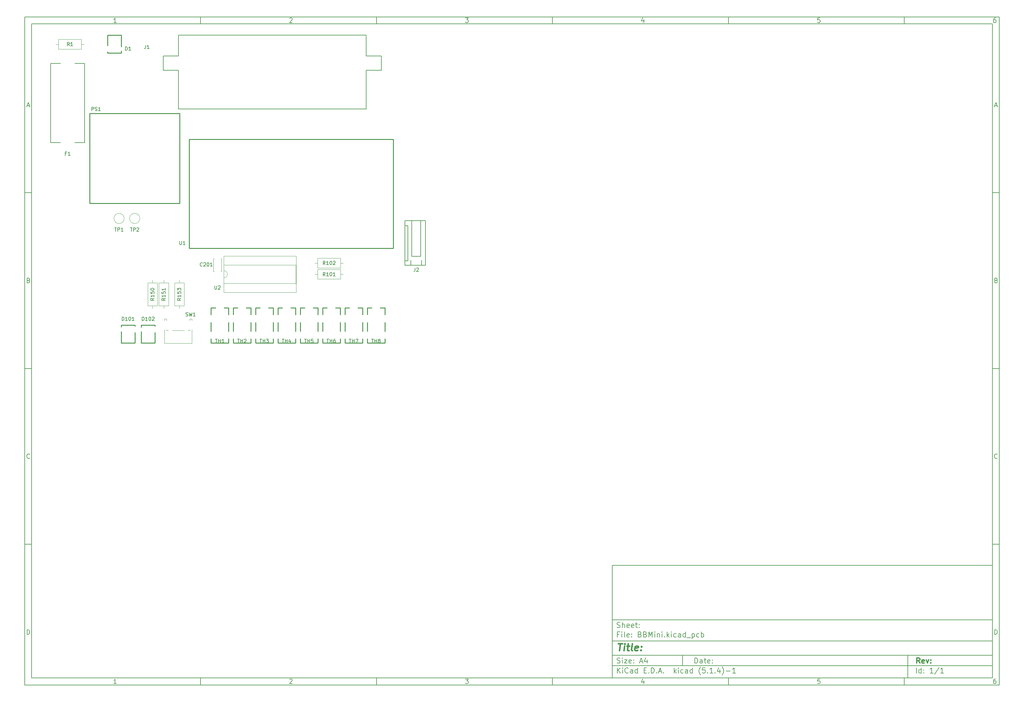
<source format=gto>
G04 #@! TF.GenerationSoftware,KiCad,Pcbnew,(5.1.4)-1*
G04 #@! TF.CreationDate,2019-09-11T00:02:30+02:00*
G04 #@! TF.ProjectId,BBMini,42424d69-6e69-42e6-9b69-6361645f7063,rev?*
G04 #@! TF.SameCoordinates,Original*
G04 #@! TF.FileFunction,Legend,Top*
G04 #@! TF.FilePolarity,Positive*
%FSLAX46Y46*%
G04 Gerber Fmt 4.6, Leading zero omitted, Abs format (unit mm)*
G04 Created by KiCad (PCBNEW (5.1.4)-1) date 2019-09-11 00:02:30*
%MOMM*%
%LPD*%
G04 APERTURE LIST*
%ADD10C,0.100000*%
%ADD11C,0.150000*%
%ADD12C,0.300000*%
%ADD13C,0.400000*%
%ADD14C,0.250000*%
%ADD15C,0.120000*%
%ADD16C,1.302000*%
%ADD17O,1.602000X2.102000*%
%ADD18O,1.702000X1.702000*%
%ADD19R,1.702000X1.702000*%
%ADD20C,5.102000*%
%ADD21C,1.626000*%
%ADD22C,2.602000*%
%ADD23C,2.202000*%
%ADD24C,1.852000*%
%ADD25C,1.702000*%
%ADD26C,1.602000*%
%ADD27O,2.134000X2.134000*%
%ADD28R,2.134000X2.134000*%
%ADD29C,3.102000*%
%ADD30C,3.302000*%
%ADD31C,7.102000*%
%ADD32C,2.802000*%
%ADD33R,1.602000X1.602000*%
G04 APERTURE END LIST*
D10*
D11*
X177002200Y-166007200D02*
X177002200Y-198007200D01*
X285002200Y-198007200D01*
X285002200Y-166007200D01*
X177002200Y-166007200D01*
D10*
D11*
X10000000Y-10000000D02*
X10000000Y-200007200D01*
X287002200Y-200007200D01*
X287002200Y-10000000D01*
X10000000Y-10000000D01*
D10*
D11*
X12000000Y-12000000D02*
X12000000Y-198007200D01*
X285002200Y-198007200D01*
X285002200Y-12000000D01*
X12000000Y-12000000D01*
D10*
D11*
X60000000Y-12000000D02*
X60000000Y-10000000D01*
D10*
D11*
X110000000Y-12000000D02*
X110000000Y-10000000D01*
D10*
D11*
X160000000Y-12000000D02*
X160000000Y-10000000D01*
D10*
D11*
X210000000Y-12000000D02*
X210000000Y-10000000D01*
D10*
D11*
X260000000Y-12000000D02*
X260000000Y-10000000D01*
D10*
D11*
X36065476Y-11588095D02*
X35322619Y-11588095D01*
X35694047Y-11588095D02*
X35694047Y-10288095D01*
X35570238Y-10473809D01*
X35446428Y-10597619D01*
X35322619Y-10659523D01*
D10*
D11*
X85322619Y-10411904D02*
X85384523Y-10350000D01*
X85508333Y-10288095D01*
X85817857Y-10288095D01*
X85941666Y-10350000D01*
X86003571Y-10411904D01*
X86065476Y-10535714D01*
X86065476Y-10659523D01*
X86003571Y-10845238D01*
X85260714Y-11588095D01*
X86065476Y-11588095D01*
D10*
D11*
X135260714Y-10288095D02*
X136065476Y-10288095D01*
X135632142Y-10783333D01*
X135817857Y-10783333D01*
X135941666Y-10845238D01*
X136003571Y-10907142D01*
X136065476Y-11030952D01*
X136065476Y-11340476D01*
X136003571Y-11464285D01*
X135941666Y-11526190D01*
X135817857Y-11588095D01*
X135446428Y-11588095D01*
X135322619Y-11526190D01*
X135260714Y-11464285D01*
D10*
D11*
X185941666Y-10721428D02*
X185941666Y-11588095D01*
X185632142Y-10226190D02*
X185322619Y-11154761D01*
X186127380Y-11154761D01*
D10*
D11*
X236003571Y-10288095D02*
X235384523Y-10288095D01*
X235322619Y-10907142D01*
X235384523Y-10845238D01*
X235508333Y-10783333D01*
X235817857Y-10783333D01*
X235941666Y-10845238D01*
X236003571Y-10907142D01*
X236065476Y-11030952D01*
X236065476Y-11340476D01*
X236003571Y-11464285D01*
X235941666Y-11526190D01*
X235817857Y-11588095D01*
X235508333Y-11588095D01*
X235384523Y-11526190D01*
X235322619Y-11464285D01*
D10*
D11*
X285941666Y-10288095D02*
X285694047Y-10288095D01*
X285570238Y-10350000D01*
X285508333Y-10411904D01*
X285384523Y-10597619D01*
X285322619Y-10845238D01*
X285322619Y-11340476D01*
X285384523Y-11464285D01*
X285446428Y-11526190D01*
X285570238Y-11588095D01*
X285817857Y-11588095D01*
X285941666Y-11526190D01*
X286003571Y-11464285D01*
X286065476Y-11340476D01*
X286065476Y-11030952D01*
X286003571Y-10907142D01*
X285941666Y-10845238D01*
X285817857Y-10783333D01*
X285570238Y-10783333D01*
X285446428Y-10845238D01*
X285384523Y-10907142D01*
X285322619Y-11030952D01*
D10*
D11*
X60000000Y-198007200D02*
X60000000Y-200007200D01*
D10*
D11*
X110000000Y-198007200D02*
X110000000Y-200007200D01*
D10*
D11*
X160000000Y-198007200D02*
X160000000Y-200007200D01*
D10*
D11*
X210000000Y-198007200D02*
X210000000Y-200007200D01*
D10*
D11*
X260000000Y-198007200D02*
X260000000Y-200007200D01*
D10*
D11*
X36065476Y-199595295D02*
X35322619Y-199595295D01*
X35694047Y-199595295D02*
X35694047Y-198295295D01*
X35570238Y-198481009D01*
X35446428Y-198604819D01*
X35322619Y-198666723D01*
D10*
D11*
X85322619Y-198419104D02*
X85384523Y-198357200D01*
X85508333Y-198295295D01*
X85817857Y-198295295D01*
X85941666Y-198357200D01*
X86003571Y-198419104D01*
X86065476Y-198542914D01*
X86065476Y-198666723D01*
X86003571Y-198852438D01*
X85260714Y-199595295D01*
X86065476Y-199595295D01*
D10*
D11*
X135260714Y-198295295D02*
X136065476Y-198295295D01*
X135632142Y-198790533D01*
X135817857Y-198790533D01*
X135941666Y-198852438D01*
X136003571Y-198914342D01*
X136065476Y-199038152D01*
X136065476Y-199347676D01*
X136003571Y-199471485D01*
X135941666Y-199533390D01*
X135817857Y-199595295D01*
X135446428Y-199595295D01*
X135322619Y-199533390D01*
X135260714Y-199471485D01*
D10*
D11*
X185941666Y-198728628D02*
X185941666Y-199595295D01*
X185632142Y-198233390D02*
X185322619Y-199161961D01*
X186127380Y-199161961D01*
D10*
D11*
X236003571Y-198295295D02*
X235384523Y-198295295D01*
X235322619Y-198914342D01*
X235384523Y-198852438D01*
X235508333Y-198790533D01*
X235817857Y-198790533D01*
X235941666Y-198852438D01*
X236003571Y-198914342D01*
X236065476Y-199038152D01*
X236065476Y-199347676D01*
X236003571Y-199471485D01*
X235941666Y-199533390D01*
X235817857Y-199595295D01*
X235508333Y-199595295D01*
X235384523Y-199533390D01*
X235322619Y-199471485D01*
D10*
D11*
X285941666Y-198295295D02*
X285694047Y-198295295D01*
X285570238Y-198357200D01*
X285508333Y-198419104D01*
X285384523Y-198604819D01*
X285322619Y-198852438D01*
X285322619Y-199347676D01*
X285384523Y-199471485D01*
X285446428Y-199533390D01*
X285570238Y-199595295D01*
X285817857Y-199595295D01*
X285941666Y-199533390D01*
X286003571Y-199471485D01*
X286065476Y-199347676D01*
X286065476Y-199038152D01*
X286003571Y-198914342D01*
X285941666Y-198852438D01*
X285817857Y-198790533D01*
X285570238Y-198790533D01*
X285446428Y-198852438D01*
X285384523Y-198914342D01*
X285322619Y-199038152D01*
D10*
D11*
X10000000Y-60000000D02*
X12000000Y-60000000D01*
D10*
D11*
X10000000Y-110000000D02*
X12000000Y-110000000D01*
D10*
D11*
X10000000Y-160000000D02*
X12000000Y-160000000D01*
D10*
D11*
X10690476Y-35216666D02*
X11309523Y-35216666D01*
X10566666Y-35588095D02*
X11000000Y-34288095D01*
X11433333Y-35588095D01*
D10*
D11*
X11092857Y-84907142D02*
X11278571Y-84969047D01*
X11340476Y-85030952D01*
X11402380Y-85154761D01*
X11402380Y-85340476D01*
X11340476Y-85464285D01*
X11278571Y-85526190D01*
X11154761Y-85588095D01*
X10659523Y-85588095D01*
X10659523Y-84288095D01*
X11092857Y-84288095D01*
X11216666Y-84350000D01*
X11278571Y-84411904D01*
X11340476Y-84535714D01*
X11340476Y-84659523D01*
X11278571Y-84783333D01*
X11216666Y-84845238D01*
X11092857Y-84907142D01*
X10659523Y-84907142D01*
D10*
D11*
X11402380Y-135464285D02*
X11340476Y-135526190D01*
X11154761Y-135588095D01*
X11030952Y-135588095D01*
X10845238Y-135526190D01*
X10721428Y-135402380D01*
X10659523Y-135278571D01*
X10597619Y-135030952D01*
X10597619Y-134845238D01*
X10659523Y-134597619D01*
X10721428Y-134473809D01*
X10845238Y-134350000D01*
X11030952Y-134288095D01*
X11154761Y-134288095D01*
X11340476Y-134350000D01*
X11402380Y-134411904D01*
D10*
D11*
X10659523Y-185588095D02*
X10659523Y-184288095D01*
X10969047Y-184288095D01*
X11154761Y-184350000D01*
X11278571Y-184473809D01*
X11340476Y-184597619D01*
X11402380Y-184845238D01*
X11402380Y-185030952D01*
X11340476Y-185278571D01*
X11278571Y-185402380D01*
X11154761Y-185526190D01*
X10969047Y-185588095D01*
X10659523Y-185588095D01*
D10*
D11*
X287002200Y-60000000D02*
X285002200Y-60000000D01*
D10*
D11*
X287002200Y-110000000D02*
X285002200Y-110000000D01*
D10*
D11*
X287002200Y-160000000D02*
X285002200Y-160000000D01*
D10*
D11*
X285692676Y-35216666D02*
X286311723Y-35216666D01*
X285568866Y-35588095D02*
X286002200Y-34288095D01*
X286435533Y-35588095D01*
D10*
D11*
X286095057Y-84907142D02*
X286280771Y-84969047D01*
X286342676Y-85030952D01*
X286404580Y-85154761D01*
X286404580Y-85340476D01*
X286342676Y-85464285D01*
X286280771Y-85526190D01*
X286156961Y-85588095D01*
X285661723Y-85588095D01*
X285661723Y-84288095D01*
X286095057Y-84288095D01*
X286218866Y-84350000D01*
X286280771Y-84411904D01*
X286342676Y-84535714D01*
X286342676Y-84659523D01*
X286280771Y-84783333D01*
X286218866Y-84845238D01*
X286095057Y-84907142D01*
X285661723Y-84907142D01*
D10*
D11*
X286404580Y-135464285D02*
X286342676Y-135526190D01*
X286156961Y-135588095D01*
X286033152Y-135588095D01*
X285847438Y-135526190D01*
X285723628Y-135402380D01*
X285661723Y-135278571D01*
X285599819Y-135030952D01*
X285599819Y-134845238D01*
X285661723Y-134597619D01*
X285723628Y-134473809D01*
X285847438Y-134350000D01*
X286033152Y-134288095D01*
X286156961Y-134288095D01*
X286342676Y-134350000D01*
X286404580Y-134411904D01*
D10*
D11*
X285661723Y-185588095D02*
X285661723Y-184288095D01*
X285971247Y-184288095D01*
X286156961Y-184350000D01*
X286280771Y-184473809D01*
X286342676Y-184597619D01*
X286404580Y-184845238D01*
X286404580Y-185030952D01*
X286342676Y-185278571D01*
X286280771Y-185402380D01*
X286156961Y-185526190D01*
X285971247Y-185588095D01*
X285661723Y-185588095D01*
D10*
D11*
X200434342Y-193785771D02*
X200434342Y-192285771D01*
X200791485Y-192285771D01*
X201005771Y-192357200D01*
X201148628Y-192500057D01*
X201220057Y-192642914D01*
X201291485Y-192928628D01*
X201291485Y-193142914D01*
X201220057Y-193428628D01*
X201148628Y-193571485D01*
X201005771Y-193714342D01*
X200791485Y-193785771D01*
X200434342Y-193785771D01*
X202577200Y-193785771D02*
X202577200Y-193000057D01*
X202505771Y-192857200D01*
X202362914Y-192785771D01*
X202077200Y-192785771D01*
X201934342Y-192857200D01*
X202577200Y-193714342D02*
X202434342Y-193785771D01*
X202077200Y-193785771D01*
X201934342Y-193714342D01*
X201862914Y-193571485D01*
X201862914Y-193428628D01*
X201934342Y-193285771D01*
X202077200Y-193214342D01*
X202434342Y-193214342D01*
X202577200Y-193142914D01*
X203077200Y-192785771D02*
X203648628Y-192785771D01*
X203291485Y-192285771D02*
X203291485Y-193571485D01*
X203362914Y-193714342D01*
X203505771Y-193785771D01*
X203648628Y-193785771D01*
X204720057Y-193714342D02*
X204577200Y-193785771D01*
X204291485Y-193785771D01*
X204148628Y-193714342D01*
X204077200Y-193571485D01*
X204077200Y-193000057D01*
X204148628Y-192857200D01*
X204291485Y-192785771D01*
X204577200Y-192785771D01*
X204720057Y-192857200D01*
X204791485Y-193000057D01*
X204791485Y-193142914D01*
X204077200Y-193285771D01*
X205434342Y-193642914D02*
X205505771Y-193714342D01*
X205434342Y-193785771D01*
X205362914Y-193714342D01*
X205434342Y-193642914D01*
X205434342Y-193785771D01*
X205434342Y-192857200D02*
X205505771Y-192928628D01*
X205434342Y-193000057D01*
X205362914Y-192928628D01*
X205434342Y-192857200D01*
X205434342Y-193000057D01*
D10*
D11*
X177002200Y-194507200D02*
X285002200Y-194507200D01*
D10*
D11*
X178434342Y-196585771D02*
X178434342Y-195085771D01*
X179291485Y-196585771D02*
X178648628Y-195728628D01*
X179291485Y-195085771D02*
X178434342Y-195942914D01*
X179934342Y-196585771D02*
X179934342Y-195585771D01*
X179934342Y-195085771D02*
X179862914Y-195157200D01*
X179934342Y-195228628D01*
X180005771Y-195157200D01*
X179934342Y-195085771D01*
X179934342Y-195228628D01*
X181505771Y-196442914D02*
X181434342Y-196514342D01*
X181220057Y-196585771D01*
X181077200Y-196585771D01*
X180862914Y-196514342D01*
X180720057Y-196371485D01*
X180648628Y-196228628D01*
X180577200Y-195942914D01*
X180577200Y-195728628D01*
X180648628Y-195442914D01*
X180720057Y-195300057D01*
X180862914Y-195157200D01*
X181077200Y-195085771D01*
X181220057Y-195085771D01*
X181434342Y-195157200D01*
X181505771Y-195228628D01*
X182791485Y-196585771D02*
X182791485Y-195800057D01*
X182720057Y-195657200D01*
X182577200Y-195585771D01*
X182291485Y-195585771D01*
X182148628Y-195657200D01*
X182791485Y-196514342D02*
X182648628Y-196585771D01*
X182291485Y-196585771D01*
X182148628Y-196514342D01*
X182077200Y-196371485D01*
X182077200Y-196228628D01*
X182148628Y-196085771D01*
X182291485Y-196014342D01*
X182648628Y-196014342D01*
X182791485Y-195942914D01*
X184148628Y-196585771D02*
X184148628Y-195085771D01*
X184148628Y-196514342D02*
X184005771Y-196585771D01*
X183720057Y-196585771D01*
X183577200Y-196514342D01*
X183505771Y-196442914D01*
X183434342Y-196300057D01*
X183434342Y-195871485D01*
X183505771Y-195728628D01*
X183577200Y-195657200D01*
X183720057Y-195585771D01*
X184005771Y-195585771D01*
X184148628Y-195657200D01*
X186005771Y-195800057D02*
X186505771Y-195800057D01*
X186720057Y-196585771D02*
X186005771Y-196585771D01*
X186005771Y-195085771D01*
X186720057Y-195085771D01*
X187362914Y-196442914D02*
X187434342Y-196514342D01*
X187362914Y-196585771D01*
X187291485Y-196514342D01*
X187362914Y-196442914D01*
X187362914Y-196585771D01*
X188077200Y-196585771D02*
X188077200Y-195085771D01*
X188434342Y-195085771D01*
X188648628Y-195157200D01*
X188791485Y-195300057D01*
X188862914Y-195442914D01*
X188934342Y-195728628D01*
X188934342Y-195942914D01*
X188862914Y-196228628D01*
X188791485Y-196371485D01*
X188648628Y-196514342D01*
X188434342Y-196585771D01*
X188077200Y-196585771D01*
X189577200Y-196442914D02*
X189648628Y-196514342D01*
X189577200Y-196585771D01*
X189505771Y-196514342D01*
X189577200Y-196442914D01*
X189577200Y-196585771D01*
X190220057Y-196157200D02*
X190934342Y-196157200D01*
X190077200Y-196585771D02*
X190577200Y-195085771D01*
X191077200Y-196585771D01*
X191577200Y-196442914D02*
X191648628Y-196514342D01*
X191577200Y-196585771D01*
X191505771Y-196514342D01*
X191577200Y-196442914D01*
X191577200Y-196585771D01*
X194577200Y-196585771D02*
X194577200Y-195085771D01*
X194720057Y-196014342D02*
X195148628Y-196585771D01*
X195148628Y-195585771D02*
X194577200Y-196157200D01*
X195791485Y-196585771D02*
X195791485Y-195585771D01*
X195791485Y-195085771D02*
X195720057Y-195157200D01*
X195791485Y-195228628D01*
X195862914Y-195157200D01*
X195791485Y-195085771D01*
X195791485Y-195228628D01*
X197148628Y-196514342D02*
X197005771Y-196585771D01*
X196720057Y-196585771D01*
X196577200Y-196514342D01*
X196505771Y-196442914D01*
X196434342Y-196300057D01*
X196434342Y-195871485D01*
X196505771Y-195728628D01*
X196577200Y-195657200D01*
X196720057Y-195585771D01*
X197005771Y-195585771D01*
X197148628Y-195657200D01*
X198434342Y-196585771D02*
X198434342Y-195800057D01*
X198362914Y-195657200D01*
X198220057Y-195585771D01*
X197934342Y-195585771D01*
X197791485Y-195657200D01*
X198434342Y-196514342D02*
X198291485Y-196585771D01*
X197934342Y-196585771D01*
X197791485Y-196514342D01*
X197720057Y-196371485D01*
X197720057Y-196228628D01*
X197791485Y-196085771D01*
X197934342Y-196014342D01*
X198291485Y-196014342D01*
X198434342Y-195942914D01*
X199791485Y-196585771D02*
X199791485Y-195085771D01*
X199791485Y-196514342D02*
X199648628Y-196585771D01*
X199362914Y-196585771D01*
X199220057Y-196514342D01*
X199148628Y-196442914D01*
X199077200Y-196300057D01*
X199077200Y-195871485D01*
X199148628Y-195728628D01*
X199220057Y-195657200D01*
X199362914Y-195585771D01*
X199648628Y-195585771D01*
X199791485Y-195657200D01*
X202077200Y-197157200D02*
X202005771Y-197085771D01*
X201862914Y-196871485D01*
X201791485Y-196728628D01*
X201720057Y-196514342D01*
X201648628Y-196157200D01*
X201648628Y-195871485D01*
X201720057Y-195514342D01*
X201791485Y-195300057D01*
X201862914Y-195157200D01*
X202005771Y-194942914D01*
X202077200Y-194871485D01*
X203362914Y-195085771D02*
X202648628Y-195085771D01*
X202577200Y-195800057D01*
X202648628Y-195728628D01*
X202791485Y-195657200D01*
X203148628Y-195657200D01*
X203291485Y-195728628D01*
X203362914Y-195800057D01*
X203434342Y-195942914D01*
X203434342Y-196300057D01*
X203362914Y-196442914D01*
X203291485Y-196514342D01*
X203148628Y-196585771D01*
X202791485Y-196585771D01*
X202648628Y-196514342D01*
X202577200Y-196442914D01*
X204077200Y-196442914D02*
X204148628Y-196514342D01*
X204077200Y-196585771D01*
X204005771Y-196514342D01*
X204077200Y-196442914D01*
X204077200Y-196585771D01*
X205577200Y-196585771D02*
X204720057Y-196585771D01*
X205148628Y-196585771D02*
X205148628Y-195085771D01*
X205005771Y-195300057D01*
X204862914Y-195442914D01*
X204720057Y-195514342D01*
X206220057Y-196442914D02*
X206291485Y-196514342D01*
X206220057Y-196585771D01*
X206148628Y-196514342D01*
X206220057Y-196442914D01*
X206220057Y-196585771D01*
X207577200Y-195585771D02*
X207577200Y-196585771D01*
X207220057Y-195014342D02*
X206862914Y-196085771D01*
X207791485Y-196085771D01*
X208220057Y-197157200D02*
X208291485Y-197085771D01*
X208434342Y-196871485D01*
X208505771Y-196728628D01*
X208577200Y-196514342D01*
X208648628Y-196157200D01*
X208648628Y-195871485D01*
X208577200Y-195514342D01*
X208505771Y-195300057D01*
X208434342Y-195157200D01*
X208291485Y-194942914D01*
X208220057Y-194871485D01*
X209362914Y-196014342D02*
X210505771Y-196014342D01*
X212005771Y-196585771D02*
X211148628Y-196585771D01*
X211577200Y-196585771D02*
X211577200Y-195085771D01*
X211434342Y-195300057D01*
X211291485Y-195442914D01*
X211148628Y-195514342D01*
D10*
D11*
X177002200Y-191507200D02*
X285002200Y-191507200D01*
D10*
D12*
X264411485Y-193785771D02*
X263911485Y-193071485D01*
X263554342Y-193785771D02*
X263554342Y-192285771D01*
X264125771Y-192285771D01*
X264268628Y-192357200D01*
X264340057Y-192428628D01*
X264411485Y-192571485D01*
X264411485Y-192785771D01*
X264340057Y-192928628D01*
X264268628Y-193000057D01*
X264125771Y-193071485D01*
X263554342Y-193071485D01*
X265625771Y-193714342D02*
X265482914Y-193785771D01*
X265197200Y-193785771D01*
X265054342Y-193714342D01*
X264982914Y-193571485D01*
X264982914Y-193000057D01*
X265054342Y-192857200D01*
X265197200Y-192785771D01*
X265482914Y-192785771D01*
X265625771Y-192857200D01*
X265697200Y-193000057D01*
X265697200Y-193142914D01*
X264982914Y-193285771D01*
X266197200Y-192785771D02*
X266554342Y-193785771D01*
X266911485Y-192785771D01*
X267482914Y-193642914D02*
X267554342Y-193714342D01*
X267482914Y-193785771D01*
X267411485Y-193714342D01*
X267482914Y-193642914D01*
X267482914Y-193785771D01*
X267482914Y-192857200D02*
X267554342Y-192928628D01*
X267482914Y-193000057D01*
X267411485Y-192928628D01*
X267482914Y-192857200D01*
X267482914Y-193000057D01*
D10*
D11*
X178362914Y-193714342D02*
X178577200Y-193785771D01*
X178934342Y-193785771D01*
X179077200Y-193714342D01*
X179148628Y-193642914D01*
X179220057Y-193500057D01*
X179220057Y-193357200D01*
X179148628Y-193214342D01*
X179077200Y-193142914D01*
X178934342Y-193071485D01*
X178648628Y-193000057D01*
X178505771Y-192928628D01*
X178434342Y-192857200D01*
X178362914Y-192714342D01*
X178362914Y-192571485D01*
X178434342Y-192428628D01*
X178505771Y-192357200D01*
X178648628Y-192285771D01*
X179005771Y-192285771D01*
X179220057Y-192357200D01*
X179862914Y-193785771D02*
X179862914Y-192785771D01*
X179862914Y-192285771D02*
X179791485Y-192357200D01*
X179862914Y-192428628D01*
X179934342Y-192357200D01*
X179862914Y-192285771D01*
X179862914Y-192428628D01*
X180434342Y-192785771D02*
X181220057Y-192785771D01*
X180434342Y-193785771D01*
X181220057Y-193785771D01*
X182362914Y-193714342D02*
X182220057Y-193785771D01*
X181934342Y-193785771D01*
X181791485Y-193714342D01*
X181720057Y-193571485D01*
X181720057Y-193000057D01*
X181791485Y-192857200D01*
X181934342Y-192785771D01*
X182220057Y-192785771D01*
X182362914Y-192857200D01*
X182434342Y-193000057D01*
X182434342Y-193142914D01*
X181720057Y-193285771D01*
X183077200Y-193642914D02*
X183148628Y-193714342D01*
X183077200Y-193785771D01*
X183005771Y-193714342D01*
X183077200Y-193642914D01*
X183077200Y-193785771D01*
X183077200Y-192857200D02*
X183148628Y-192928628D01*
X183077200Y-193000057D01*
X183005771Y-192928628D01*
X183077200Y-192857200D01*
X183077200Y-193000057D01*
X184862914Y-193357200D02*
X185577200Y-193357200D01*
X184720057Y-193785771D02*
X185220057Y-192285771D01*
X185720057Y-193785771D01*
X186862914Y-192785771D02*
X186862914Y-193785771D01*
X186505771Y-192214342D02*
X186148628Y-193285771D01*
X187077200Y-193285771D01*
D10*
D11*
X263434342Y-196585771D02*
X263434342Y-195085771D01*
X264791485Y-196585771D02*
X264791485Y-195085771D01*
X264791485Y-196514342D02*
X264648628Y-196585771D01*
X264362914Y-196585771D01*
X264220057Y-196514342D01*
X264148628Y-196442914D01*
X264077200Y-196300057D01*
X264077200Y-195871485D01*
X264148628Y-195728628D01*
X264220057Y-195657200D01*
X264362914Y-195585771D01*
X264648628Y-195585771D01*
X264791485Y-195657200D01*
X265505771Y-196442914D02*
X265577200Y-196514342D01*
X265505771Y-196585771D01*
X265434342Y-196514342D01*
X265505771Y-196442914D01*
X265505771Y-196585771D01*
X265505771Y-195657200D02*
X265577200Y-195728628D01*
X265505771Y-195800057D01*
X265434342Y-195728628D01*
X265505771Y-195657200D01*
X265505771Y-195800057D01*
X268148628Y-196585771D02*
X267291485Y-196585771D01*
X267720057Y-196585771D02*
X267720057Y-195085771D01*
X267577200Y-195300057D01*
X267434342Y-195442914D01*
X267291485Y-195514342D01*
X269862914Y-195014342D02*
X268577200Y-196942914D01*
X271148628Y-196585771D02*
X270291485Y-196585771D01*
X270720057Y-196585771D02*
X270720057Y-195085771D01*
X270577200Y-195300057D01*
X270434342Y-195442914D01*
X270291485Y-195514342D01*
D10*
D11*
X177002200Y-187507200D02*
X285002200Y-187507200D01*
D10*
D13*
X178714580Y-188211961D02*
X179857438Y-188211961D01*
X179036009Y-190211961D02*
X179286009Y-188211961D01*
X180274104Y-190211961D02*
X180440771Y-188878628D01*
X180524104Y-188211961D02*
X180416961Y-188307200D01*
X180500295Y-188402438D01*
X180607438Y-188307200D01*
X180524104Y-188211961D01*
X180500295Y-188402438D01*
X181107438Y-188878628D02*
X181869342Y-188878628D01*
X181476485Y-188211961D02*
X181262200Y-189926247D01*
X181333628Y-190116723D01*
X181512200Y-190211961D01*
X181702676Y-190211961D01*
X182655057Y-190211961D02*
X182476485Y-190116723D01*
X182405057Y-189926247D01*
X182619342Y-188211961D01*
X184190771Y-190116723D02*
X183988390Y-190211961D01*
X183607438Y-190211961D01*
X183428866Y-190116723D01*
X183357438Y-189926247D01*
X183452676Y-189164342D01*
X183571723Y-188973866D01*
X183774104Y-188878628D01*
X184155057Y-188878628D01*
X184333628Y-188973866D01*
X184405057Y-189164342D01*
X184381247Y-189354819D01*
X183405057Y-189545295D01*
X185155057Y-190021485D02*
X185238390Y-190116723D01*
X185131247Y-190211961D01*
X185047914Y-190116723D01*
X185155057Y-190021485D01*
X185131247Y-190211961D01*
X185286009Y-188973866D02*
X185369342Y-189069104D01*
X185262200Y-189164342D01*
X185178866Y-189069104D01*
X185286009Y-188973866D01*
X185262200Y-189164342D01*
D10*
D11*
X178934342Y-185600057D02*
X178434342Y-185600057D01*
X178434342Y-186385771D02*
X178434342Y-184885771D01*
X179148628Y-184885771D01*
X179720057Y-186385771D02*
X179720057Y-185385771D01*
X179720057Y-184885771D02*
X179648628Y-184957200D01*
X179720057Y-185028628D01*
X179791485Y-184957200D01*
X179720057Y-184885771D01*
X179720057Y-185028628D01*
X180648628Y-186385771D02*
X180505771Y-186314342D01*
X180434342Y-186171485D01*
X180434342Y-184885771D01*
X181791485Y-186314342D02*
X181648628Y-186385771D01*
X181362914Y-186385771D01*
X181220057Y-186314342D01*
X181148628Y-186171485D01*
X181148628Y-185600057D01*
X181220057Y-185457200D01*
X181362914Y-185385771D01*
X181648628Y-185385771D01*
X181791485Y-185457200D01*
X181862914Y-185600057D01*
X181862914Y-185742914D01*
X181148628Y-185885771D01*
X182505771Y-186242914D02*
X182577200Y-186314342D01*
X182505771Y-186385771D01*
X182434342Y-186314342D01*
X182505771Y-186242914D01*
X182505771Y-186385771D01*
X182505771Y-185457200D02*
X182577200Y-185528628D01*
X182505771Y-185600057D01*
X182434342Y-185528628D01*
X182505771Y-185457200D01*
X182505771Y-185600057D01*
X184862914Y-185600057D02*
X185077200Y-185671485D01*
X185148628Y-185742914D01*
X185220057Y-185885771D01*
X185220057Y-186100057D01*
X185148628Y-186242914D01*
X185077200Y-186314342D01*
X184934342Y-186385771D01*
X184362914Y-186385771D01*
X184362914Y-184885771D01*
X184862914Y-184885771D01*
X185005771Y-184957200D01*
X185077200Y-185028628D01*
X185148628Y-185171485D01*
X185148628Y-185314342D01*
X185077200Y-185457200D01*
X185005771Y-185528628D01*
X184862914Y-185600057D01*
X184362914Y-185600057D01*
X186362914Y-185600057D02*
X186577200Y-185671485D01*
X186648628Y-185742914D01*
X186720057Y-185885771D01*
X186720057Y-186100057D01*
X186648628Y-186242914D01*
X186577200Y-186314342D01*
X186434342Y-186385771D01*
X185862914Y-186385771D01*
X185862914Y-184885771D01*
X186362914Y-184885771D01*
X186505771Y-184957200D01*
X186577200Y-185028628D01*
X186648628Y-185171485D01*
X186648628Y-185314342D01*
X186577200Y-185457200D01*
X186505771Y-185528628D01*
X186362914Y-185600057D01*
X185862914Y-185600057D01*
X187362914Y-186385771D02*
X187362914Y-184885771D01*
X187862914Y-185957200D01*
X188362914Y-184885771D01*
X188362914Y-186385771D01*
X189077200Y-186385771D02*
X189077200Y-185385771D01*
X189077200Y-184885771D02*
X189005771Y-184957200D01*
X189077200Y-185028628D01*
X189148628Y-184957200D01*
X189077200Y-184885771D01*
X189077200Y-185028628D01*
X189791485Y-185385771D02*
X189791485Y-186385771D01*
X189791485Y-185528628D02*
X189862914Y-185457200D01*
X190005771Y-185385771D01*
X190220057Y-185385771D01*
X190362914Y-185457200D01*
X190434342Y-185600057D01*
X190434342Y-186385771D01*
X191148628Y-186385771D02*
X191148628Y-185385771D01*
X191148628Y-184885771D02*
X191077200Y-184957200D01*
X191148628Y-185028628D01*
X191220057Y-184957200D01*
X191148628Y-184885771D01*
X191148628Y-185028628D01*
X191862914Y-186242914D02*
X191934342Y-186314342D01*
X191862914Y-186385771D01*
X191791485Y-186314342D01*
X191862914Y-186242914D01*
X191862914Y-186385771D01*
X192577200Y-186385771D02*
X192577200Y-184885771D01*
X192720057Y-185814342D02*
X193148628Y-186385771D01*
X193148628Y-185385771D02*
X192577200Y-185957200D01*
X193791485Y-186385771D02*
X193791485Y-185385771D01*
X193791485Y-184885771D02*
X193720057Y-184957200D01*
X193791485Y-185028628D01*
X193862914Y-184957200D01*
X193791485Y-184885771D01*
X193791485Y-185028628D01*
X195148628Y-186314342D02*
X195005771Y-186385771D01*
X194720057Y-186385771D01*
X194577200Y-186314342D01*
X194505771Y-186242914D01*
X194434342Y-186100057D01*
X194434342Y-185671485D01*
X194505771Y-185528628D01*
X194577200Y-185457200D01*
X194720057Y-185385771D01*
X195005771Y-185385771D01*
X195148628Y-185457200D01*
X196434342Y-186385771D02*
X196434342Y-185600057D01*
X196362914Y-185457200D01*
X196220057Y-185385771D01*
X195934342Y-185385771D01*
X195791485Y-185457200D01*
X196434342Y-186314342D02*
X196291485Y-186385771D01*
X195934342Y-186385771D01*
X195791485Y-186314342D01*
X195720057Y-186171485D01*
X195720057Y-186028628D01*
X195791485Y-185885771D01*
X195934342Y-185814342D01*
X196291485Y-185814342D01*
X196434342Y-185742914D01*
X197791485Y-186385771D02*
X197791485Y-184885771D01*
X197791485Y-186314342D02*
X197648628Y-186385771D01*
X197362914Y-186385771D01*
X197220057Y-186314342D01*
X197148628Y-186242914D01*
X197077200Y-186100057D01*
X197077200Y-185671485D01*
X197148628Y-185528628D01*
X197220057Y-185457200D01*
X197362914Y-185385771D01*
X197648628Y-185385771D01*
X197791485Y-185457200D01*
X198148628Y-186528628D02*
X199291485Y-186528628D01*
X199648628Y-185385771D02*
X199648628Y-186885771D01*
X199648628Y-185457200D02*
X199791485Y-185385771D01*
X200077200Y-185385771D01*
X200220057Y-185457200D01*
X200291485Y-185528628D01*
X200362914Y-185671485D01*
X200362914Y-186100057D01*
X200291485Y-186242914D01*
X200220057Y-186314342D01*
X200077200Y-186385771D01*
X199791485Y-186385771D01*
X199648628Y-186314342D01*
X201648628Y-186314342D02*
X201505771Y-186385771D01*
X201220057Y-186385771D01*
X201077200Y-186314342D01*
X201005771Y-186242914D01*
X200934342Y-186100057D01*
X200934342Y-185671485D01*
X201005771Y-185528628D01*
X201077200Y-185457200D01*
X201220057Y-185385771D01*
X201505771Y-185385771D01*
X201648628Y-185457200D01*
X202291485Y-186385771D02*
X202291485Y-184885771D01*
X202291485Y-185457200D02*
X202434342Y-185385771D01*
X202720057Y-185385771D01*
X202862914Y-185457200D01*
X202934342Y-185528628D01*
X203005771Y-185671485D01*
X203005771Y-186100057D01*
X202934342Y-186242914D01*
X202862914Y-186314342D01*
X202720057Y-186385771D01*
X202434342Y-186385771D01*
X202291485Y-186314342D01*
D10*
D11*
X177002200Y-181507200D02*
X285002200Y-181507200D01*
D10*
D11*
X178362914Y-183614342D02*
X178577200Y-183685771D01*
X178934342Y-183685771D01*
X179077200Y-183614342D01*
X179148628Y-183542914D01*
X179220057Y-183400057D01*
X179220057Y-183257200D01*
X179148628Y-183114342D01*
X179077200Y-183042914D01*
X178934342Y-182971485D01*
X178648628Y-182900057D01*
X178505771Y-182828628D01*
X178434342Y-182757200D01*
X178362914Y-182614342D01*
X178362914Y-182471485D01*
X178434342Y-182328628D01*
X178505771Y-182257200D01*
X178648628Y-182185771D01*
X179005771Y-182185771D01*
X179220057Y-182257200D01*
X179862914Y-183685771D02*
X179862914Y-182185771D01*
X180505771Y-183685771D02*
X180505771Y-182900057D01*
X180434342Y-182757200D01*
X180291485Y-182685771D01*
X180077200Y-182685771D01*
X179934342Y-182757200D01*
X179862914Y-182828628D01*
X181791485Y-183614342D02*
X181648628Y-183685771D01*
X181362914Y-183685771D01*
X181220057Y-183614342D01*
X181148628Y-183471485D01*
X181148628Y-182900057D01*
X181220057Y-182757200D01*
X181362914Y-182685771D01*
X181648628Y-182685771D01*
X181791485Y-182757200D01*
X181862914Y-182900057D01*
X181862914Y-183042914D01*
X181148628Y-183185771D01*
X183077200Y-183614342D02*
X182934342Y-183685771D01*
X182648628Y-183685771D01*
X182505771Y-183614342D01*
X182434342Y-183471485D01*
X182434342Y-182900057D01*
X182505771Y-182757200D01*
X182648628Y-182685771D01*
X182934342Y-182685771D01*
X183077200Y-182757200D01*
X183148628Y-182900057D01*
X183148628Y-183042914D01*
X182434342Y-183185771D01*
X183577200Y-182685771D02*
X184148628Y-182685771D01*
X183791485Y-182185771D02*
X183791485Y-183471485D01*
X183862914Y-183614342D01*
X184005771Y-183685771D01*
X184148628Y-183685771D01*
X184648628Y-183542914D02*
X184720057Y-183614342D01*
X184648628Y-183685771D01*
X184577200Y-183614342D01*
X184648628Y-183542914D01*
X184648628Y-183685771D01*
X184648628Y-182757200D02*
X184720057Y-182828628D01*
X184648628Y-182900057D01*
X184577200Y-182828628D01*
X184648628Y-182757200D01*
X184648628Y-182900057D01*
D10*
D11*
X197002200Y-191507200D02*
X197002200Y-194507200D01*
D10*
D11*
X261002200Y-191507200D02*
X261002200Y-198007200D01*
D14*
X112355000Y-102710000D02*
X107355000Y-102710000D01*
X107355000Y-92710000D02*
X107355000Y-94710000D01*
X108655000Y-92710000D02*
X107355000Y-92710000D01*
X112355000Y-92710000D02*
X111055000Y-92710000D01*
X112355000Y-94710000D02*
X112355000Y-92710000D01*
X107355000Y-96910000D02*
X107355000Y-99410000D01*
X112355000Y-99410000D02*
X112355000Y-96910000D01*
X107355000Y-102710000D02*
X107355000Y-101510000D01*
X112355000Y-102710000D02*
X112355000Y-101510000D01*
X106005000Y-102710000D02*
X101005000Y-102710000D01*
X101005000Y-92710000D02*
X101005000Y-94710000D01*
X102305000Y-92710000D02*
X101005000Y-92710000D01*
X106005000Y-92710000D02*
X104705000Y-92710000D01*
X106005000Y-94710000D02*
X106005000Y-92710000D01*
X101005000Y-96910000D02*
X101005000Y-99410000D01*
X106005000Y-99410000D02*
X106005000Y-96910000D01*
X101005000Y-102710000D02*
X101005000Y-101510000D01*
X106005000Y-102710000D02*
X106005000Y-101510000D01*
X99655000Y-102710000D02*
X94655000Y-102710000D01*
X94655000Y-92710000D02*
X94655000Y-94710000D01*
X95955000Y-92710000D02*
X94655000Y-92710000D01*
X99655000Y-92710000D02*
X98355000Y-92710000D01*
X99655000Y-94710000D02*
X99655000Y-92710000D01*
X94655000Y-96910000D02*
X94655000Y-99410000D01*
X99655000Y-99410000D02*
X99655000Y-96910000D01*
X94655000Y-102710000D02*
X94655000Y-101510000D01*
X99655000Y-102710000D02*
X99655000Y-101510000D01*
X93305000Y-102710000D02*
X88305000Y-102710000D01*
X88305000Y-92710000D02*
X88305000Y-94710000D01*
X89605000Y-92710000D02*
X88305000Y-92710000D01*
X93305000Y-92710000D02*
X92005000Y-92710000D01*
X93305000Y-94710000D02*
X93305000Y-92710000D01*
X88305000Y-96910000D02*
X88305000Y-99410000D01*
X93305000Y-99410000D02*
X93305000Y-96910000D01*
X88305000Y-102710000D02*
X88305000Y-101510000D01*
X93305000Y-102710000D02*
X93305000Y-101510000D01*
X86955000Y-102710000D02*
X81955000Y-102710000D01*
X81955000Y-92710000D02*
X81955000Y-94710000D01*
X83255000Y-92710000D02*
X81955000Y-92710000D01*
X86955000Y-92710000D02*
X85655000Y-92710000D01*
X86955000Y-94710000D02*
X86955000Y-92710000D01*
X81955000Y-96910000D02*
X81955000Y-99410000D01*
X86955000Y-99410000D02*
X86955000Y-96910000D01*
X81955000Y-102710000D02*
X81955000Y-101510000D01*
X86955000Y-102710000D02*
X86955000Y-101510000D01*
X80605000Y-102710000D02*
X75605000Y-102710000D01*
X75605000Y-92710000D02*
X75605000Y-94710000D01*
X76905000Y-92710000D02*
X75605000Y-92710000D01*
X80605000Y-92710000D02*
X79305000Y-92710000D01*
X80605000Y-94710000D02*
X80605000Y-92710000D01*
X75605000Y-96910000D02*
X75605000Y-99410000D01*
X80605000Y-99410000D02*
X80605000Y-96910000D01*
X75605000Y-102710000D02*
X75605000Y-101510000D01*
X80605000Y-102710000D02*
X80605000Y-101510000D01*
X74255000Y-102710000D02*
X69255000Y-102710000D01*
X69255000Y-92710000D02*
X69255000Y-94710000D01*
X70555000Y-92710000D02*
X69255000Y-92710000D01*
X74255000Y-92710000D02*
X72955000Y-92710000D01*
X74255000Y-94710000D02*
X74255000Y-92710000D01*
X69255000Y-96910000D02*
X69255000Y-99410000D01*
X74255000Y-99410000D02*
X74255000Y-96910000D01*
X69255000Y-102710000D02*
X69255000Y-101510000D01*
X74255000Y-102710000D02*
X74255000Y-101510000D01*
X67968500Y-102710000D02*
X62968500Y-102710000D01*
X62968500Y-92710000D02*
X62968500Y-94710000D01*
X64268500Y-92710000D02*
X62968500Y-92710000D01*
X67968500Y-92710000D02*
X66668500Y-92710000D01*
X67968500Y-94710000D02*
X67968500Y-92710000D01*
X62968500Y-96910000D02*
X62968500Y-99410000D01*
X67968500Y-99410000D02*
X67968500Y-96910000D01*
X62968500Y-102710000D02*
X62968500Y-101510000D01*
X67968500Y-102710000D02*
X67968500Y-101510000D01*
D15*
X66555000Y-78045000D02*
X66555000Y-88325000D01*
X87115000Y-78045000D02*
X66555000Y-78045000D01*
X87115000Y-88325000D02*
X87115000Y-78045000D01*
X66555000Y-88325000D02*
X87115000Y-88325000D01*
X66615000Y-80535000D02*
X66615000Y-82185000D01*
X87055000Y-80535000D02*
X66615000Y-80535000D01*
X87055000Y-85835000D02*
X87055000Y-80535000D01*
X66615000Y-85835000D02*
X87055000Y-85835000D01*
X66615000Y-84185000D02*
X66615000Y-85835000D01*
X66615000Y-82185000D02*
G75*
G02X66615000Y-84185000I0J-1000000D01*
G01*
D14*
X114745000Y-44825000D02*
X56725000Y-44825000D01*
X56725000Y-75825000D02*
X114745000Y-75825000D01*
X114745000Y-75825000D02*
X114745000Y-44825000D01*
X56725000Y-75825000D02*
X56725000Y-44825000D01*
D15*
X42725000Y-67310000D02*
G75*
G03X42725000Y-67310000I-1450000J0D01*
G01*
X38280000Y-67310000D02*
G75*
G03X38280000Y-67310000I-1450000J0D01*
G01*
X55330000Y-99169500D02*
X51930000Y-99169500D01*
X56970000Y-99169500D02*
X56430000Y-99169500D01*
X49770000Y-96339500D02*
X49770000Y-95829500D01*
X50290000Y-95829500D02*
X49770000Y-95829500D01*
X50290000Y-96339500D02*
X50290000Y-95829500D01*
X50830000Y-99169500D02*
X50290000Y-99169500D01*
X57490000Y-96339500D02*
X57490000Y-95829500D01*
X56970000Y-96339500D02*
X56970000Y-95829500D01*
X50290000Y-99169500D02*
X50290000Y-98939500D01*
X57490000Y-102839500D02*
X57490000Y-98939500D01*
X57490000Y-95829500D02*
X56970000Y-95829500D01*
X49770000Y-102839500D02*
X49770000Y-98939500D01*
X57490000Y-102839500D02*
X49770000Y-102839500D01*
X56970000Y-99169500D02*
X56970000Y-98939500D01*
X53975000Y-84860000D02*
X53975000Y-85630000D01*
X53975000Y-92940000D02*
X53975000Y-92170000D01*
X52605000Y-85630000D02*
X52605000Y-92170000D01*
X55345000Y-85630000D02*
X52605000Y-85630000D01*
X55345000Y-92170000D02*
X55345000Y-85630000D01*
X52605000Y-92170000D02*
X55345000Y-92170000D01*
X49530000Y-92940000D02*
X49530000Y-92170000D01*
X49530000Y-84860000D02*
X49530000Y-85630000D01*
X50900000Y-92170000D02*
X50900000Y-85630000D01*
X48160000Y-92170000D02*
X50900000Y-92170000D01*
X48160000Y-85630000D02*
X48160000Y-92170000D01*
X50900000Y-85630000D02*
X48160000Y-85630000D01*
X46355000Y-92940000D02*
X46355000Y-92170000D01*
X46355000Y-84860000D02*
X46355000Y-85630000D01*
X47725000Y-92170000D02*
X47725000Y-85630000D01*
X44985000Y-92170000D02*
X47725000Y-92170000D01*
X44985000Y-85630000D02*
X44985000Y-92170000D01*
X47725000Y-85630000D02*
X44985000Y-85630000D01*
X92480000Y-80010000D02*
X93250000Y-80010000D01*
X100560000Y-80010000D02*
X99790000Y-80010000D01*
X93250000Y-81380000D02*
X99790000Y-81380000D01*
X93250000Y-78640000D02*
X93250000Y-81380000D01*
X99790000Y-78640000D02*
X93250000Y-78640000D01*
X99790000Y-81380000D02*
X99790000Y-78640000D01*
X92480000Y-83185000D02*
X93250000Y-83185000D01*
X100560000Y-83185000D02*
X99790000Y-83185000D01*
X93250000Y-84555000D02*
X99790000Y-84555000D01*
X93250000Y-81815000D02*
X93250000Y-84555000D01*
X99790000Y-81815000D02*
X93250000Y-81815000D01*
X99790000Y-84555000D02*
X99790000Y-81815000D01*
X18820000Y-17780000D02*
X19590000Y-17780000D01*
X26900000Y-17780000D02*
X26130000Y-17780000D01*
X19590000Y-19150000D02*
X26130000Y-19150000D01*
X19590000Y-16410000D02*
X19590000Y-19150000D01*
X26130000Y-16410000D02*
X19590000Y-16410000D01*
X26130000Y-19150000D02*
X26130000Y-16410000D01*
D14*
X54075000Y-37428500D02*
X54075000Y-63028500D01*
X28475000Y-37428500D02*
X28475000Y-63028500D01*
X28475000Y-63028500D02*
X54075000Y-63028500D01*
X28475000Y-37428500D02*
X54075000Y-37428500D01*
D11*
X118885000Y-79340000D02*
X118885000Y-69340000D01*
X123885000Y-67905000D02*
X118085000Y-67905000D01*
X122555000Y-78105000D02*
X122555000Y-67905000D01*
X123885000Y-80655000D02*
X118085000Y-80655000D01*
X122835000Y-80655000D02*
X122835000Y-79175000D01*
X120015000Y-78105000D02*
X122555000Y-78105000D01*
X119735000Y-80655000D02*
X119735000Y-79175000D01*
X120015000Y-78105000D02*
X120015000Y-67905000D01*
X118085000Y-80655000D02*
X118085000Y-67905000D01*
X123885000Y-80655000D02*
X123885000Y-67905000D01*
X118885000Y-79340000D02*
X118085000Y-79340000D01*
X118885000Y-69340000D02*
X118085000Y-69340000D01*
X107040000Y-25147000D02*
X107040000Y-36147000D01*
X53740000Y-25147000D02*
X53740000Y-36147000D01*
X49390000Y-21147000D02*
X49390000Y-25147000D01*
X49390000Y-25147000D02*
X53740000Y-25147000D01*
X49390000Y-21147000D02*
X53740000Y-21147000D01*
X111390000Y-21147000D02*
X107040000Y-21147000D01*
X111390000Y-25147000D02*
X107040000Y-25147000D01*
X111390000Y-21147000D02*
X111390000Y-25147000D01*
X107040000Y-15147000D02*
X107040000Y-21147000D01*
X53740000Y-15147000D02*
X53740000Y-21147000D01*
X53740000Y-36147000D02*
X107040000Y-36147000D01*
X53740000Y-15147000D02*
X107040000Y-15147000D01*
X27025000Y-45720000D02*
X24225000Y-45720000D01*
X27025000Y-45720000D02*
X27025000Y-23220000D01*
X17425000Y-45720000D02*
X17425000Y-23220000D01*
X20225000Y-45720000D02*
X17425000Y-45720000D01*
X20225000Y-23220000D02*
X17425000Y-23220000D01*
X27025000Y-23220000D02*
X24225000Y-23220000D01*
D14*
X47055000Y-97669500D02*
X47055000Y-97969500D01*
X43155000Y-97669500D02*
X43155000Y-98269500D01*
X47055000Y-99769500D02*
X47055000Y-102769500D01*
X43155000Y-102769500D02*
X43155000Y-99469500D01*
X47055000Y-97669500D02*
X43155000Y-97669500D01*
X47055000Y-102769500D02*
X43155000Y-102769500D01*
X41340000Y-97669500D02*
X41340000Y-97969500D01*
X37440000Y-97669500D02*
X37440000Y-98269500D01*
X41340000Y-99769500D02*
X41340000Y-102769500D01*
X37440000Y-102769500D02*
X37440000Y-99469500D01*
X41340000Y-97669500D02*
X37440000Y-97669500D01*
X41340000Y-102769500D02*
X37440000Y-102769500D01*
X33590000Y-20250000D02*
X33590000Y-19950000D01*
X37490000Y-20250000D02*
X37490000Y-19650000D01*
X33590000Y-18150000D02*
X33590000Y-15150000D01*
X37490000Y-15150000D02*
X37490000Y-18450000D01*
X33590000Y-20250000D02*
X37490000Y-20250000D01*
X33590000Y-15150000D02*
X37490000Y-15150000D01*
D15*
X63845000Y-82445000D02*
X63600000Y-82445000D01*
X65940000Y-82445000D02*
X65695000Y-82445000D01*
X63845000Y-78805000D02*
X63600000Y-78805000D01*
X65940000Y-78805000D02*
X65695000Y-78805000D01*
X63600000Y-78805000D02*
X63600000Y-82445000D01*
X65940000Y-78805000D02*
X65940000Y-82445000D01*
D11*
X108569285Y-101662380D02*
X109140714Y-101662380D01*
X108855000Y-102662380D02*
X108855000Y-101662380D01*
X109474047Y-102662380D02*
X109474047Y-101662380D01*
X109474047Y-102138571D02*
X110045476Y-102138571D01*
X110045476Y-102662380D02*
X110045476Y-101662380D01*
X110664523Y-102090952D02*
X110569285Y-102043333D01*
X110521666Y-101995714D01*
X110474047Y-101900476D01*
X110474047Y-101852857D01*
X110521666Y-101757619D01*
X110569285Y-101710000D01*
X110664523Y-101662380D01*
X110855000Y-101662380D01*
X110950238Y-101710000D01*
X110997857Y-101757619D01*
X111045476Y-101852857D01*
X111045476Y-101900476D01*
X110997857Y-101995714D01*
X110950238Y-102043333D01*
X110855000Y-102090952D01*
X110664523Y-102090952D01*
X110569285Y-102138571D01*
X110521666Y-102186190D01*
X110474047Y-102281428D01*
X110474047Y-102471904D01*
X110521666Y-102567142D01*
X110569285Y-102614761D01*
X110664523Y-102662380D01*
X110855000Y-102662380D01*
X110950238Y-102614761D01*
X110997857Y-102567142D01*
X111045476Y-102471904D01*
X111045476Y-102281428D01*
X110997857Y-102186190D01*
X110950238Y-102138571D01*
X110855000Y-102090952D01*
X102219285Y-101662380D02*
X102790714Y-101662380D01*
X102505000Y-102662380D02*
X102505000Y-101662380D01*
X103124047Y-102662380D02*
X103124047Y-101662380D01*
X103124047Y-102138571D02*
X103695476Y-102138571D01*
X103695476Y-102662380D02*
X103695476Y-101662380D01*
X104076428Y-101662380D02*
X104743095Y-101662380D01*
X104314523Y-102662380D01*
X95869285Y-101662380D02*
X96440714Y-101662380D01*
X96155000Y-102662380D02*
X96155000Y-101662380D01*
X96774047Y-102662380D02*
X96774047Y-101662380D01*
X96774047Y-102138571D02*
X97345476Y-102138571D01*
X97345476Y-102662380D02*
X97345476Y-101662380D01*
X98250238Y-101662380D02*
X98059761Y-101662380D01*
X97964523Y-101710000D01*
X97916904Y-101757619D01*
X97821666Y-101900476D01*
X97774047Y-102090952D01*
X97774047Y-102471904D01*
X97821666Y-102567142D01*
X97869285Y-102614761D01*
X97964523Y-102662380D01*
X98155000Y-102662380D01*
X98250238Y-102614761D01*
X98297857Y-102567142D01*
X98345476Y-102471904D01*
X98345476Y-102233809D01*
X98297857Y-102138571D01*
X98250238Y-102090952D01*
X98155000Y-102043333D01*
X97964523Y-102043333D01*
X97869285Y-102090952D01*
X97821666Y-102138571D01*
X97774047Y-102233809D01*
X89519285Y-101662380D02*
X90090714Y-101662380D01*
X89805000Y-102662380D02*
X89805000Y-101662380D01*
X90424047Y-102662380D02*
X90424047Y-101662380D01*
X90424047Y-102138571D02*
X90995476Y-102138571D01*
X90995476Y-102662380D02*
X90995476Y-101662380D01*
X91947857Y-101662380D02*
X91471666Y-101662380D01*
X91424047Y-102138571D01*
X91471666Y-102090952D01*
X91566904Y-102043333D01*
X91805000Y-102043333D01*
X91900238Y-102090952D01*
X91947857Y-102138571D01*
X91995476Y-102233809D01*
X91995476Y-102471904D01*
X91947857Y-102567142D01*
X91900238Y-102614761D01*
X91805000Y-102662380D01*
X91566904Y-102662380D01*
X91471666Y-102614761D01*
X91424047Y-102567142D01*
X83169285Y-101662380D02*
X83740714Y-101662380D01*
X83455000Y-102662380D02*
X83455000Y-101662380D01*
X84074047Y-102662380D02*
X84074047Y-101662380D01*
X84074047Y-102138571D02*
X84645476Y-102138571D01*
X84645476Y-102662380D02*
X84645476Y-101662380D01*
X85550238Y-101995714D02*
X85550238Y-102662380D01*
X85312142Y-101614761D02*
X85074047Y-102329047D01*
X85693095Y-102329047D01*
X76819285Y-101662380D02*
X77390714Y-101662380D01*
X77105000Y-102662380D02*
X77105000Y-101662380D01*
X77724047Y-102662380D02*
X77724047Y-101662380D01*
X77724047Y-102138571D02*
X78295476Y-102138571D01*
X78295476Y-102662380D02*
X78295476Y-101662380D01*
X78676428Y-101662380D02*
X79295476Y-101662380D01*
X78962142Y-102043333D01*
X79105000Y-102043333D01*
X79200238Y-102090952D01*
X79247857Y-102138571D01*
X79295476Y-102233809D01*
X79295476Y-102471904D01*
X79247857Y-102567142D01*
X79200238Y-102614761D01*
X79105000Y-102662380D01*
X78819285Y-102662380D01*
X78724047Y-102614761D01*
X78676428Y-102567142D01*
X70469285Y-101662380D02*
X71040714Y-101662380D01*
X70755000Y-102662380D02*
X70755000Y-101662380D01*
X71374047Y-102662380D02*
X71374047Y-101662380D01*
X71374047Y-102138571D02*
X71945476Y-102138571D01*
X71945476Y-102662380D02*
X71945476Y-101662380D01*
X72374047Y-101757619D02*
X72421666Y-101710000D01*
X72516904Y-101662380D01*
X72755000Y-101662380D01*
X72850238Y-101710000D01*
X72897857Y-101757619D01*
X72945476Y-101852857D01*
X72945476Y-101948095D01*
X72897857Y-102090952D01*
X72326428Y-102662380D01*
X72945476Y-102662380D01*
X64182785Y-101662380D02*
X64754214Y-101662380D01*
X64468500Y-102662380D02*
X64468500Y-101662380D01*
X65087547Y-102662380D02*
X65087547Y-101662380D01*
X65087547Y-102138571D02*
X65658976Y-102138571D01*
X65658976Y-102662380D02*
X65658976Y-101662380D01*
X66658976Y-102662380D02*
X66087547Y-102662380D01*
X66373261Y-102662380D02*
X66373261Y-101662380D01*
X66278023Y-101805238D01*
X66182785Y-101900476D01*
X66087547Y-101948095D01*
X64008095Y-86447380D02*
X64008095Y-87256904D01*
X64055714Y-87352142D01*
X64103333Y-87399761D01*
X64198571Y-87447380D01*
X64389047Y-87447380D01*
X64484285Y-87399761D01*
X64531904Y-87352142D01*
X64579523Y-87256904D01*
X64579523Y-86447380D01*
X65008095Y-86542619D02*
X65055714Y-86495000D01*
X65150952Y-86447380D01*
X65389047Y-86447380D01*
X65484285Y-86495000D01*
X65531904Y-86542619D01*
X65579523Y-86637857D01*
X65579523Y-86733095D01*
X65531904Y-86875952D01*
X64960476Y-87447380D01*
X65579523Y-87447380D01*
X54038595Y-73747380D02*
X54038595Y-74556904D01*
X54086214Y-74652142D01*
X54133833Y-74699761D01*
X54229071Y-74747380D01*
X54419547Y-74747380D01*
X54514785Y-74699761D01*
X54562404Y-74652142D01*
X54610023Y-74556904D01*
X54610023Y-73747380D01*
X55610023Y-74747380D02*
X55038595Y-74747380D01*
X55324309Y-74747380D02*
X55324309Y-73747380D01*
X55229071Y-73890238D01*
X55133833Y-73985476D01*
X55038595Y-74033095D01*
X40013095Y-69937380D02*
X40584523Y-69937380D01*
X40298809Y-70937380D02*
X40298809Y-69937380D01*
X40917857Y-70937380D02*
X40917857Y-69937380D01*
X41298809Y-69937380D01*
X41394047Y-69985000D01*
X41441666Y-70032619D01*
X41489285Y-70127857D01*
X41489285Y-70270714D01*
X41441666Y-70365952D01*
X41394047Y-70413571D01*
X41298809Y-70461190D01*
X40917857Y-70461190D01*
X41870238Y-70032619D02*
X41917857Y-69985000D01*
X42013095Y-69937380D01*
X42251190Y-69937380D01*
X42346428Y-69985000D01*
X42394047Y-70032619D01*
X42441666Y-70127857D01*
X42441666Y-70223095D01*
X42394047Y-70365952D01*
X41822619Y-70937380D01*
X42441666Y-70937380D01*
X35568095Y-69937380D02*
X36139523Y-69937380D01*
X35853809Y-70937380D02*
X35853809Y-69937380D01*
X36472857Y-70937380D02*
X36472857Y-69937380D01*
X36853809Y-69937380D01*
X36949047Y-69985000D01*
X36996666Y-70032619D01*
X37044285Y-70127857D01*
X37044285Y-70270714D01*
X36996666Y-70365952D01*
X36949047Y-70413571D01*
X36853809Y-70461190D01*
X36472857Y-70461190D01*
X37996666Y-70937380D02*
X37425238Y-70937380D01*
X37710952Y-70937380D02*
X37710952Y-69937380D01*
X37615714Y-70080238D01*
X37520476Y-70175476D01*
X37425238Y-70223095D01*
X55816666Y-95019761D02*
X55959523Y-95067380D01*
X56197619Y-95067380D01*
X56292857Y-95019761D01*
X56340476Y-94972142D01*
X56388095Y-94876904D01*
X56388095Y-94781666D01*
X56340476Y-94686428D01*
X56292857Y-94638809D01*
X56197619Y-94591190D01*
X56007142Y-94543571D01*
X55911904Y-94495952D01*
X55864285Y-94448333D01*
X55816666Y-94353095D01*
X55816666Y-94257857D01*
X55864285Y-94162619D01*
X55911904Y-94115000D01*
X56007142Y-94067380D01*
X56245238Y-94067380D01*
X56388095Y-94115000D01*
X56721428Y-94067380D02*
X56959523Y-95067380D01*
X57150000Y-94353095D01*
X57340476Y-95067380D01*
X57578571Y-94067380D01*
X58483333Y-95067380D02*
X57911904Y-95067380D01*
X58197619Y-95067380D02*
X58197619Y-94067380D01*
X58102380Y-94210238D01*
X58007142Y-94305476D01*
X57911904Y-94353095D01*
X54427380Y-90019047D02*
X53951190Y-90352380D01*
X54427380Y-90590476D02*
X53427380Y-90590476D01*
X53427380Y-90209523D01*
X53475000Y-90114285D01*
X53522619Y-90066666D01*
X53617857Y-90019047D01*
X53760714Y-90019047D01*
X53855952Y-90066666D01*
X53903571Y-90114285D01*
X53951190Y-90209523D01*
X53951190Y-90590476D01*
X54427380Y-89066666D02*
X54427380Y-89638095D01*
X54427380Y-89352380D02*
X53427380Y-89352380D01*
X53570238Y-89447619D01*
X53665476Y-89542857D01*
X53713095Y-89638095D01*
X53427380Y-88161904D02*
X53427380Y-88638095D01*
X53903571Y-88685714D01*
X53855952Y-88638095D01*
X53808333Y-88542857D01*
X53808333Y-88304761D01*
X53855952Y-88209523D01*
X53903571Y-88161904D01*
X53998809Y-88114285D01*
X54236904Y-88114285D01*
X54332142Y-88161904D01*
X54379761Y-88209523D01*
X54427380Y-88304761D01*
X54427380Y-88542857D01*
X54379761Y-88638095D01*
X54332142Y-88685714D01*
X53427380Y-87780952D02*
X53427380Y-87161904D01*
X53808333Y-87495238D01*
X53808333Y-87352380D01*
X53855952Y-87257142D01*
X53903571Y-87209523D01*
X53998809Y-87161904D01*
X54236904Y-87161904D01*
X54332142Y-87209523D01*
X54379761Y-87257142D01*
X54427380Y-87352380D01*
X54427380Y-87638095D01*
X54379761Y-87733333D01*
X54332142Y-87780952D01*
X49982380Y-90019047D02*
X49506190Y-90352380D01*
X49982380Y-90590476D02*
X48982380Y-90590476D01*
X48982380Y-90209523D01*
X49030000Y-90114285D01*
X49077619Y-90066666D01*
X49172857Y-90019047D01*
X49315714Y-90019047D01*
X49410952Y-90066666D01*
X49458571Y-90114285D01*
X49506190Y-90209523D01*
X49506190Y-90590476D01*
X49982380Y-89066666D02*
X49982380Y-89638095D01*
X49982380Y-89352380D02*
X48982380Y-89352380D01*
X49125238Y-89447619D01*
X49220476Y-89542857D01*
X49268095Y-89638095D01*
X48982380Y-88161904D02*
X48982380Y-88638095D01*
X49458571Y-88685714D01*
X49410952Y-88638095D01*
X49363333Y-88542857D01*
X49363333Y-88304761D01*
X49410952Y-88209523D01*
X49458571Y-88161904D01*
X49553809Y-88114285D01*
X49791904Y-88114285D01*
X49887142Y-88161904D01*
X49934761Y-88209523D01*
X49982380Y-88304761D01*
X49982380Y-88542857D01*
X49934761Y-88638095D01*
X49887142Y-88685714D01*
X49982380Y-87161904D02*
X49982380Y-87733333D01*
X49982380Y-87447619D02*
X48982380Y-87447619D01*
X49125238Y-87542857D01*
X49220476Y-87638095D01*
X49268095Y-87733333D01*
X46807380Y-90019047D02*
X46331190Y-90352380D01*
X46807380Y-90590476D02*
X45807380Y-90590476D01*
X45807380Y-90209523D01*
X45855000Y-90114285D01*
X45902619Y-90066666D01*
X45997857Y-90019047D01*
X46140714Y-90019047D01*
X46235952Y-90066666D01*
X46283571Y-90114285D01*
X46331190Y-90209523D01*
X46331190Y-90590476D01*
X46807380Y-89066666D02*
X46807380Y-89638095D01*
X46807380Y-89352380D02*
X45807380Y-89352380D01*
X45950238Y-89447619D01*
X46045476Y-89542857D01*
X46093095Y-89638095D01*
X45807380Y-88161904D02*
X45807380Y-88638095D01*
X46283571Y-88685714D01*
X46235952Y-88638095D01*
X46188333Y-88542857D01*
X46188333Y-88304761D01*
X46235952Y-88209523D01*
X46283571Y-88161904D01*
X46378809Y-88114285D01*
X46616904Y-88114285D01*
X46712142Y-88161904D01*
X46759761Y-88209523D01*
X46807380Y-88304761D01*
X46807380Y-88542857D01*
X46759761Y-88638095D01*
X46712142Y-88685714D01*
X45807380Y-87495238D02*
X45807380Y-87400000D01*
X45855000Y-87304761D01*
X45902619Y-87257142D01*
X45997857Y-87209523D01*
X46188333Y-87161904D01*
X46426428Y-87161904D01*
X46616904Y-87209523D01*
X46712142Y-87257142D01*
X46759761Y-87304761D01*
X46807380Y-87400000D01*
X46807380Y-87495238D01*
X46759761Y-87590476D01*
X46712142Y-87638095D01*
X46616904Y-87685714D01*
X46426428Y-87733333D01*
X46188333Y-87733333D01*
X45997857Y-87685714D01*
X45902619Y-87638095D01*
X45855000Y-87590476D01*
X45807380Y-87495238D01*
X95400952Y-80462380D02*
X95067619Y-79986190D01*
X94829523Y-80462380D02*
X94829523Y-79462380D01*
X95210476Y-79462380D01*
X95305714Y-79510000D01*
X95353333Y-79557619D01*
X95400952Y-79652857D01*
X95400952Y-79795714D01*
X95353333Y-79890952D01*
X95305714Y-79938571D01*
X95210476Y-79986190D01*
X94829523Y-79986190D01*
X96353333Y-80462380D02*
X95781904Y-80462380D01*
X96067619Y-80462380D02*
X96067619Y-79462380D01*
X95972380Y-79605238D01*
X95877142Y-79700476D01*
X95781904Y-79748095D01*
X96972380Y-79462380D02*
X97067619Y-79462380D01*
X97162857Y-79510000D01*
X97210476Y-79557619D01*
X97258095Y-79652857D01*
X97305714Y-79843333D01*
X97305714Y-80081428D01*
X97258095Y-80271904D01*
X97210476Y-80367142D01*
X97162857Y-80414761D01*
X97067619Y-80462380D01*
X96972380Y-80462380D01*
X96877142Y-80414761D01*
X96829523Y-80367142D01*
X96781904Y-80271904D01*
X96734285Y-80081428D01*
X96734285Y-79843333D01*
X96781904Y-79652857D01*
X96829523Y-79557619D01*
X96877142Y-79510000D01*
X96972380Y-79462380D01*
X97686666Y-79557619D02*
X97734285Y-79510000D01*
X97829523Y-79462380D01*
X98067619Y-79462380D01*
X98162857Y-79510000D01*
X98210476Y-79557619D01*
X98258095Y-79652857D01*
X98258095Y-79748095D01*
X98210476Y-79890952D01*
X97639047Y-80462380D01*
X98258095Y-80462380D01*
X95400952Y-83637380D02*
X95067619Y-83161190D01*
X94829523Y-83637380D02*
X94829523Y-82637380D01*
X95210476Y-82637380D01*
X95305714Y-82685000D01*
X95353333Y-82732619D01*
X95400952Y-82827857D01*
X95400952Y-82970714D01*
X95353333Y-83065952D01*
X95305714Y-83113571D01*
X95210476Y-83161190D01*
X94829523Y-83161190D01*
X96353333Y-83637380D02*
X95781904Y-83637380D01*
X96067619Y-83637380D02*
X96067619Y-82637380D01*
X95972380Y-82780238D01*
X95877142Y-82875476D01*
X95781904Y-82923095D01*
X96972380Y-82637380D02*
X97067619Y-82637380D01*
X97162857Y-82685000D01*
X97210476Y-82732619D01*
X97258095Y-82827857D01*
X97305714Y-83018333D01*
X97305714Y-83256428D01*
X97258095Y-83446904D01*
X97210476Y-83542142D01*
X97162857Y-83589761D01*
X97067619Y-83637380D01*
X96972380Y-83637380D01*
X96877142Y-83589761D01*
X96829523Y-83542142D01*
X96781904Y-83446904D01*
X96734285Y-83256428D01*
X96734285Y-83018333D01*
X96781904Y-82827857D01*
X96829523Y-82732619D01*
X96877142Y-82685000D01*
X96972380Y-82637380D01*
X98258095Y-83637380D02*
X97686666Y-83637380D01*
X97972380Y-83637380D02*
X97972380Y-82637380D01*
X97877142Y-82780238D01*
X97781904Y-82875476D01*
X97686666Y-82923095D01*
X22693333Y-18232380D02*
X22360000Y-17756190D01*
X22121904Y-18232380D02*
X22121904Y-17232380D01*
X22502857Y-17232380D01*
X22598095Y-17280000D01*
X22645714Y-17327619D01*
X22693333Y-17422857D01*
X22693333Y-17565714D01*
X22645714Y-17660952D01*
X22598095Y-17708571D01*
X22502857Y-17756190D01*
X22121904Y-17756190D01*
X23645714Y-18232380D02*
X23074285Y-18232380D01*
X23360000Y-18232380D02*
X23360000Y-17232380D01*
X23264761Y-17375238D01*
X23169523Y-17470476D01*
X23074285Y-17518095D01*
X29060714Y-36680880D02*
X29060714Y-35680880D01*
X29441666Y-35680880D01*
X29536904Y-35728500D01*
X29584523Y-35776119D01*
X29632142Y-35871357D01*
X29632142Y-36014214D01*
X29584523Y-36109452D01*
X29536904Y-36157071D01*
X29441666Y-36204690D01*
X29060714Y-36204690D01*
X30013095Y-36633261D02*
X30155952Y-36680880D01*
X30394047Y-36680880D01*
X30489285Y-36633261D01*
X30536904Y-36585642D01*
X30584523Y-36490404D01*
X30584523Y-36395166D01*
X30536904Y-36299928D01*
X30489285Y-36252309D01*
X30394047Y-36204690D01*
X30203571Y-36157071D01*
X30108333Y-36109452D01*
X30060714Y-36061833D01*
X30013095Y-35966595D01*
X30013095Y-35871357D01*
X30060714Y-35776119D01*
X30108333Y-35728500D01*
X30203571Y-35680880D01*
X30441666Y-35680880D01*
X30584523Y-35728500D01*
X31536904Y-36680880D02*
X30965476Y-36680880D01*
X31251190Y-36680880D02*
X31251190Y-35680880D01*
X31155952Y-35823738D01*
X31060714Y-35918976D01*
X30965476Y-35966595D01*
X120951666Y-81367380D02*
X120951666Y-82081666D01*
X120904047Y-82224523D01*
X120808809Y-82319761D01*
X120665952Y-82367380D01*
X120570714Y-82367380D01*
X121380238Y-81462619D02*
X121427857Y-81415000D01*
X121523095Y-81367380D01*
X121761190Y-81367380D01*
X121856428Y-81415000D01*
X121904047Y-81462619D01*
X121951666Y-81557857D01*
X121951666Y-81653095D01*
X121904047Y-81795952D01*
X121332619Y-82367380D01*
X121951666Y-82367380D01*
X44387666Y-18022380D02*
X44387666Y-18736666D01*
X44340047Y-18879523D01*
X44244809Y-18974761D01*
X44101952Y-19022380D01*
X44006714Y-19022380D01*
X45387666Y-19022380D02*
X44816238Y-19022380D01*
X45101952Y-19022380D02*
X45101952Y-18022380D01*
X45006714Y-18165238D01*
X44911476Y-18260476D01*
X44816238Y-18308095D01*
X21891666Y-48823571D02*
X21558333Y-48823571D01*
X21558333Y-49347380D02*
X21558333Y-48347380D01*
X22034523Y-48347380D01*
X22939285Y-49347380D02*
X22367857Y-49347380D01*
X22653571Y-49347380D02*
X22653571Y-48347380D01*
X22558333Y-48490238D01*
X22463095Y-48585476D01*
X22367857Y-48633095D01*
X43394523Y-96337380D02*
X43394523Y-95337380D01*
X43632619Y-95337380D01*
X43775476Y-95385000D01*
X43870714Y-95480238D01*
X43918333Y-95575476D01*
X43965952Y-95765952D01*
X43965952Y-95908809D01*
X43918333Y-96099285D01*
X43870714Y-96194523D01*
X43775476Y-96289761D01*
X43632619Y-96337380D01*
X43394523Y-96337380D01*
X44918333Y-96337380D02*
X44346904Y-96337380D01*
X44632619Y-96337380D02*
X44632619Y-95337380D01*
X44537380Y-95480238D01*
X44442142Y-95575476D01*
X44346904Y-95623095D01*
X45537380Y-95337380D02*
X45632619Y-95337380D01*
X45727857Y-95385000D01*
X45775476Y-95432619D01*
X45823095Y-95527857D01*
X45870714Y-95718333D01*
X45870714Y-95956428D01*
X45823095Y-96146904D01*
X45775476Y-96242142D01*
X45727857Y-96289761D01*
X45632619Y-96337380D01*
X45537380Y-96337380D01*
X45442142Y-96289761D01*
X45394523Y-96242142D01*
X45346904Y-96146904D01*
X45299285Y-95956428D01*
X45299285Y-95718333D01*
X45346904Y-95527857D01*
X45394523Y-95432619D01*
X45442142Y-95385000D01*
X45537380Y-95337380D01*
X46251666Y-95432619D02*
X46299285Y-95385000D01*
X46394523Y-95337380D01*
X46632619Y-95337380D01*
X46727857Y-95385000D01*
X46775476Y-95432619D01*
X46823095Y-95527857D01*
X46823095Y-95623095D01*
X46775476Y-95765952D01*
X46204047Y-96337380D01*
X46823095Y-96337380D01*
X37679523Y-96337380D02*
X37679523Y-95337380D01*
X37917619Y-95337380D01*
X38060476Y-95385000D01*
X38155714Y-95480238D01*
X38203333Y-95575476D01*
X38250952Y-95765952D01*
X38250952Y-95908809D01*
X38203333Y-96099285D01*
X38155714Y-96194523D01*
X38060476Y-96289761D01*
X37917619Y-96337380D01*
X37679523Y-96337380D01*
X39203333Y-96337380D02*
X38631904Y-96337380D01*
X38917619Y-96337380D02*
X38917619Y-95337380D01*
X38822380Y-95480238D01*
X38727142Y-95575476D01*
X38631904Y-95623095D01*
X39822380Y-95337380D02*
X39917619Y-95337380D01*
X40012857Y-95385000D01*
X40060476Y-95432619D01*
X40108095Y-95527857D01*
X40155714Y-95718333D01*
X40155714Y-95956428D01*
X40108095Y-96146904D01*
X40060476Y-96242142D01*
X40012857Y-96289761D01*
X39917619Y-96337380D01*
X39822380Y-96337380D01*
X39727142Y-96289761D01*
X39679523Y-96242142D01*
X39631904Y-96146904D01*
X39584285Y-95956428D01*
X39584285Y-95718333D01*
X39631904Y-95527857D01*
X39679523Y-95432619D01*
X39727142Y-95385000D01*
X39822380Y-95337380D01*
X41108095Y-96337380D02*
X40536666Y-96337380D01*
X40822380Y-96337380D02*
X40822380Y-95337380D01*
X40727142Y-95480238D01*
X40631904Y-95575476D01*
X40536666Y-95623095D01*
X38631904Y-19502380D02*
X38631904Y-18502380D01*
X38870000Y-18502380D01*
X39012857Y-18550000D01*
X39108095Y-18645238D01*
X39155714Y-18740476D01*
X39203333Y-18930952D01*
X39203333Y-19073809D01*
X39155714Y-19264285D01*
X39108095Y-19359523D01*
X39012857Y-19454761D01*
X38870000Y-19502380D01*
X38631904Y-19502380D01*
X40155714Y-19502380D02*
X39584285Y-19502380D01*
X39870000Y-19502380D02*
X39870000Y-18502380D01*
X39774761Y-18645238D01*
X39679523Y-18740476D01*
X39584285Y-18788095D01*
X60475952Y-80811642D02*
X60428333Y-80859261D01*
X60285476Y-80906880D01*
X60190238Y-80906880D01*
X60047380Y-80859261D01*
X59952142Y-80764023D01*
X59904523Y-80668785D01*
X59856904Y-80478309D01*
X59856904Y-80335452D01*
X59904523Y-80144976D01*
X59952142Y-80049738D01*
X60047380Y-79954500D01*
X60190238Y-79906880D01*
X60285476Y-79906880D01*
X60428333Y-79954500D01*
X60475952Y-80002119D01*
X60856904Y-80002119D02*
X60904523Y-79954500D01*
X60999761Y-79906880D01*
X61237857Y-79906880D01*
X61333095Y-79954500D01*
X61380714Y-80002119D01*
X61428333Y-80097357D01*
X61428333Y-80192595D01*
X61380714Y-80335452D01*
X60809285Y-80906880D01*
X61428333Y-80906880D01*
X62047380Y-79906880D02*
X62142619Y-79906880D01*
X62237857Y-79954500D01*
X62285476Y-80002119D01*
X62333095Y-80097357D01*
X62380714Y-80287833D01*
X62380714Y-80525928D01*
X62333095Y-80716404D01*
X62285476Y-80811642D01*
X62237857Y-80859261D01*
X62142619Y-80906880D01*
X62047380Y-80906880D01*
X61952142Y-80859261D01*
X61904523Y-80811642D01*
X61856904Y-80716404D01*
X61809285Y-80525928D01*
X61809285Y-80287833D01*
X61856904Y-80097357D01*
X61904523Y-80002119D01*
X61952142Y-79954500D01*
X62047380Y-79906880D01*
X63333095Y-80906880D02*
X62761666Y-80906880D01*
X63047380Y-80906880D02*
X63047380Y-79906880D01*
X62952142Y-80049738D01*
X62856904Y-80144976D01*
X62761666Y-80192595D01*
%LPC*%
D10*
G36*
X112112405Y-94710567D02*
G01*
X112144002Y-94715254D01*
X112174988Y-94723016D01*
X112205063Y-94733777D01*
X112233940Y-94747435D01*
X112261338Y-94763857D01*
X112286995Y-94782885D01*
X112310663Y-94804337D01*
X112332115Y-94828005D01*
X112351143Y-94853662D01*
X112367565Y-94881060D01*
X112381223Y-94909937D01*
X112391984Y-94940012D01*
X112399746Y-94970998D01*
X112404433Y-95002595D01*
X112406000Y-95034500D01*
X112406000Y-96585500D01*
X112404433Y-96617405D01*
X112399746Y-96649002D01*
X112391984Y-96679988D01*
X112381223Y-96710063D01*
X112367565Y-96738940D01*
X112351143Y-96766338D01*
X112332115Y-96791995D01*
X112310663Y-96815663D01*
X112286995Y-96837115D01*
X112261338Y-96856143D01*
X112233940Y-96872565D01*
X112205063Y-96886223D01*
X112174988Y-96896984D01*
X112144002Y-96904746D01*
X112112405Y-96909433D01*
X112080500Y-96911000D01*
X111429500Y-96911000D01*
X111397595Y-96909433D01*
X111365998Y-96904746D01*
X111335012Y-96896984D01*
X111304937Y-96886223D01*
X111276060Y-96872565D01*
X111248662Y-96856143D01*
X111223005Y-96837115D01*
X111199337Y-96815663D01*
X111177885Y-96791995D01*
X111158857Y-96766338D01*
X111142435Y-96738940D01*
X111128777Y-96710063D01*
X111118016Y-96679988D01*
X111110254Y-96649002D01*
X111105567Y-96617405D01*
X111104000Y-96585500D01*
X111104000Y-95034500D01*
X111105567Y-95002595D01*
X111110254Y-94970998D01*
X111118016Y-94940012D01*
X111128777Y-94909937D01*
X111142435Y-94881060D01*
X111158857Y-94853662D01*
X111177885Y-94828005D01*
X111199337Y-94804337D01*
X111223005Y-94782885D01*
X111248662Y-94763857D01*
X111276060Y-94747435D01*
X111304937Y-94733777D01*
X111335012Y-94723016D01*
X111365998Y-94715254D01*
X111397595Y-94710567D01*
X111429500Y-94709000D01*
X112080500Y-94709000D01*
X112112405Y-94710567D01*
X112112405Y-94710567D01*
G37*
D16*
X111755000Y-95810000D03*
D10*
G36*
X110662405Y-92060567D02*
G01*
X110694002Y-92065254D01*
X110724988Y-92073016D01*
X110755063Y-92083777D01*
X110783940Y-92097435D01*
X110811338Y-92113857D01*
X110836995Y-92132885D01*
X110860663Y-92154337D01*
X110882115Y-92178005D01*
X110901143Y-92203662D01*
X110917565Y-92231060D01*
X110931223Y-92259937D01*
X110941984Y-92290012D01*
X110949746Y-92320998D01*
X110954433Y-92352595D01*
X110956000Y-92384500D01*
X110956000Y-93035500D01*
X110954433Y-93067405D01*
X110949746Y-93099002D01*
X110941984Y-93129988D01*
X110931223Y-93160063D01*
X110917565Y-93188940D01*
X110901143Y-93216338D01*
X110882115Y-93241995D01*
X110860663Y-93265663D01*
X110836995Y-93287115D01*
X110811338Y-93306143D01*
X110783940Y-93322565D01*
X110755063Y-93336223D01*
X110724988Y-93346984D01*
X110694002Y-93354746D01*
X110662405Y-93359433D01*
X110630500Y-93361000D01*
X109079500Y-93361000D01*
X109047595Y-93359433D01*
X109015998Y-93354746D01*
X108985012Y-93346984D01*
X108954937Y-93336223D01*
X108926060Y-93322565D01*
X108898662Y-93306143D01*
X108873005Y-93287115D01*
X108849337Y-93265663D01*
X108827885Y-93241995D01*
X108808857Y-93216338D01*
X108792435Y-93188940D01*
X108778777Y-93160063D01*
X108768016Y-93129988D01*
X108760254Y-93099002D01*
X108755567Y-93067405D01*
X108754000Y-93035500D01*
X108754000Y-92384500D01*
X108755567Y-92352595D01*
X108760254Y-92320998D01*
X108768016Y-92290012D01*
X108778777Y-92259937D01*
X108792435Y-92231060D01*
X108808857Y-92203662D01*
X108827885Y-92178005D01*
X108849337Y-92154337D01*
X108873005Y-92132885D01*
X108898662Y-92113857D01*
X108926060Y-92097435D01*
X108954937Y-92083777D01*
X108985012Y-92073016D01*
X109015998Y-92065254D01*
X109047595Y-92060567D01*
X109079500Y-92059000D01*
X110630500Y-92059000D01*
X110662405Y-92060567D01*
X110662405Y-92060567D01*
G37*
D16*
X109855000Y-92710000D03*
D10*
G36*
X108312405Y-94710567D02*
G01*
X108344002Y-94715254D01*
X108374988Y-94723016D01*
X108405063Y-94733777D01*
X108433940Y-94747435D01*
X108461338Y-94763857D01*
X108486995Y-94782885D01*
X108510663Y-94804337D01*
X108532115Y-94828005D01*
X108551143Y-94853662D01*
X108567565Y-94881060D01*
X108581223Y-94909937D01*
X108591984Y-94940012D01*
X108599746Y-94970998D01*
X108604433Y-95002595D01*
X108606000Y-95034500D01*
X108606000Y-96585500D01*
X108604433Y-96617405D01*
X108599746Y-96649002D01*
X108591984Y-96679988D01*
X108581223Y-96710063D01*
X108567565Y-96738940D01*
X108551143Y-96766338D01*
X108532115Y-96791995D01*
X108510663Y-96815663D01*
X108486995Y-96837115D01*
X108461338Y-96856143D01*
X108433940Y-96872565D01*
X108405063Y-96886223D01*
X108374988Y-96896984D01*
X108344002Y-96904746D01*
X108312405Y-96909433D01*
X108280500Y-96911000D01*
X107629500Y-96911000D01*
X107597595Y-96909433D01*
X107565998Y-96904746D01*
X107535012Y-96896984D01*
X107504937Y-96886223D01*
X107476060Y-96872565D01*
X107448662Y-96856143D01*
X107423005Y-96837115D01*
X107399337Y-96815663D01*
X107377885Y-96791995D01*
X107358857Y-96766338D01*
X107342435Y-96738940D01*
X107328777Y-96710063D01*
X107318016Y-96679988D01*
X107310254Y-96649002D01*
X107305567Y-96617405D01*
X107304000Y-96585500D01*
X107304000Y-95034500D01*
X107305567Y-95002595D01*
X107310254Y-94970998D01*
X107318016Y-94940012D01*
X107328777Y-94909937D01*
X107342435Y-94881060D01*
X107358857Y-94853662D01*
X107377885Y-94828005D01*
X107399337Y-94804337D01*
X107423005Y-94782885D01*
X107448662Y-94763857D01*
X107476060Y-94747435D01*
X107504937Y-94733777D01*
X107535012Y-94723016D01*
X107565998Y-94715254D01*
X107597595Y-94710567D01*
X107629500Y-94709000D01*
X108280500Y-94709000D01*
X108312405Y-94710567D01*
X108312405Y-94710567D01*
G37*
D16*
X107955000Y-95810000D03*
D17*
X111855000Y-100460000D03*
X107855000Y-100460000D03*
D10*
G36*
X105762405Y-94710567D02*
G01*
X105794002Y-94715254D01*
X105824988Y-94723016D01*
X105855063Y-94733777D01*
X105883940Y-94747435D01*
X105911338Y-94763857D01*
X105936995Y-94782885D01*
X105960663Y-94804337D01*
X105982115Y-94828005D01*
X106001143Y-94853662D01*
X106017565Y-94881060D01*
X106031223Y-94909937D01*
X106041984Y-94940012D01*
X106049746Y-94970998D01*
X106054433Y-95002595D01*
X106056000Y-95034500D01*
X106056000Y-96585500D01*
X106054433Y-96617405D01*
X106049746Y-96649002D01*
X106041984Y-96679988D01*
X106031223Y-96710063D01*
X106017565Y-96738940D01*
X106001143Y-96766338D01*
X105982115Y-96791995D01*
X105960663Y-96815663D01*
X105936995Y-96837115D01*
X105911338Y-96856143D01*
X105883940Y-96872565D01*
X105855063Y-96886223D01*
X105824988Y-96896984D01*
X105794002Y-96904746D01*
X105762405Y-96909433D01*
X105730500Y-96911000D01*
X105079500Y-96911000D01*
X105047595Y-96909433D01*
X105015998Y-96904746D01*
X104985012Y-96896984D01*
X104954937Y-96886223D01*
X104926060Y-96872565D01*
X104898662Y-96856143D01*
X104873005Y-96837115D01*
X104849337Y-96815663D01*
X104827885Y-96791995D01*
X104808857Y-96766338D01*
X104792435Y-96738940D01*
X104778777Y-96710063D01*
X104768016Y-96679988D01*
X104760254Y-96649002D01*
X104755567Y-96617405D01*
X104754000Y-96585500D01*
X104754000Y-95034500D01*
X104755567Y-95002595D01*
X104760254Y-94970998D01*
X104768016Y-94940012D01*
X104778777Y-94909937D01*
X104792435Y-94881060D01*
X104808857Y-94853662D01*
X104827885Y-94828005D01*
X104849337Y-94804337D01*
X104873005Y-94782885D01*
X104898662Y-94763857D01*
X104926060Y-94747435D01*
X104954937Y-94733777D01*
X104985012Y-94723016D01*
X105015998Y-94715254D01*
X105047595Y-94710567D01*
X105079500Y-94709000D01*
X105730500Y-94709000D01*
X105762405Y-94710567D01*
X105762405Y-94710567D01*
G37*
D16*
X105405000Y-95810000D03*
D10*
G36*
X104312405Y-92060567D02*
G01*
X104344002Y-92065254D01*
X104374988Y-92073016D01*
X104405063Y-92083777D01*
X104433940Y-92097435D01*
X104461338Y-92113857D01*
X104486995Y-92132885D01*
X104510663Y-92154337D01*
X104532115Y-92178005D01*
X104551143Y-92203662D01*
X104567565Y-92231060D01*
X104581223Y-92259937D01*
X104591984Y-92290012D01*
X104599746Y-92320998D01*
X104604433Y-92352595D01*
X104606000Y-92384500D01*
X104606000Y-93035500D01*
X104604433Y-93067405D01*
X104599746Y-93099002D01*
X104591984Y-93129988D01*
X104581223Y-93160063D01*
X104567565Y-93188940D01*
X104551143Y-93216338D01*
X104532115Y-93241995D01*
X104510663Y-93265663D01*
X104486995Y-93287115D01*
X104461338Y-93306143D01*
X104433940Y-93322565D01*
X104405063Y-93336223D01*
X104374988Y-93346984D01*
X104344002Y-93354746D01*
X104312405Y-93359433D01*
X104280500Y-93361000D01*
X102729500Y-93361000D01*
X102697595Y-93359433D01*
X102665998Y-93354746D01*
X102635012Y-93346984D01*
X102604937Y-93336223D01*
X102576060Y-93322565D01*
X102548662Y-93306143D01*
X102523005Y-93287115D01*
X102499337Y-93265663D01*
X102477885Y-93241995D01*
X102458857Y-93216338D01*
X102442435Y-93188940D01*
X102428777Y-93160063D01*
X102418016Y-93129988D01*
X102410254Y-93099002D01*
X102405567Y-93067405D01*
X102404000Y-93035500D01*
X102404000Y-92384500D01*
X102405567Y-92352595D01*
X102410254Y-92320998D01*
X102418016Y-92290012D01*
X102428777Y-92259937D01*
X102442435Y-92231060D01*
X102458857Y-92203662D01*
X102477885Y-92178005D01*
X102499337Y-92154337D01*
X102523005Y-92132885D01*
X102548662Y-92113857D01*
X102576060Y-92097435D01*
X102604937Y-92083777D01*
X102635012Y-92073016D01*
X102665998Y-92065254D01*
X102697595Y-92060567D01*
X102729500Y-92059000D01*
X104280500Y-92059000D01*
X104312405Y-92060567D01*
X104312405Y-92060567D01*
G37*
D16*
X103505000Y-92710000D03*
D10*
G36*
X101962405Y-94710567D02*
G01*
X101994002Y-94715254D01*
X102024988Y-94723016D01*
X102055063Y-94733777D01*
X102083940Y-94747435D01*
X102111338Y-94763857D01*
X102136995Y-94782885D01*
X102160663Y-94804337D01*
X102182115Y-94828005D01*
X102201143Y-94853662D01*
X102217565Y-94881060D01*
X102231223Y-94909937D01*
X102241984Y-94940012D01*
X102249746Y-94970998D01*
X102254433Y-95002595D01*
X102256000Y-95034500D01*
X102256000Y-96585500D01*
X102254433Y-96617405D01*
X102249746Y-96649002D01*
X102241984Y-96679988D01*
X102231223Y-96710063D01*
X102217565Y-96738940D01*
X102201143Y-96766338D01*
X102182115Y-96791995D01*
X102160663Y-96815663D01*
X102136995Y-96837115D01*
X102111338Y-96856143D01*
X102083940Y-96872565D01*
X102055063Y-96886223D01*
X102024988Y-96896984D01*
X101994002Y-96904746D01*
X101962405Y-96909433D01*
X101930500Y-96911000D01*
X101279500Y-96911000D01*
X101247595Y-96909433D01*
X101215998Y-96904746D01*
X101185012Y-96896984D01*
X101154937Y-96886223D01*
X101126060Y-96872565D01*
X101098662Y-96856143D01*
X101073005Y-96837115D01*
X101049337Y-96815663D01*
X101027885Y-96791995D01*
X101008857Y-96766338D01*
X100992435Y-96738940D01*
X100978777Y-96710063D01*
X100968016Y-96679988D01*
X100960254Y-96649002D01*
X100955567Y-96617405D01*
X100954000Y-96585500D01*
X100954000Y-95034500D01*
X100955567Y-95002595D01*
X100960254Y-94970998D01*
X100968016Y-94940012D01*
X100978777Y-94909937D01*
X100992435Y-94881060D01*
X101008857Y-94853662D01*
X101027885Y-94828005D01*
X101049337Y-94804337D01*
X101073005Y-94782885D01*
X101098662Y-94763857D01*
X101126060Y-94747435D01*
X101154937Y-94733777D01*
X101185012Y-94723016D01*
X101215998Y-94715254D01*
X101247595Y-94710567D01*
X101279500Y-94709000D01*
X101930500Y-94709000D01*
X101962405Y-94710567D01*
X101962405Y-94710567D01*
G37*
D16*
X101605000Y-95810000D03*
D17*
X105505000Y-100460000D03*
X101505000Y-100460000D03*
D10*
G36*
X99412405Y-94710567D02*
G01*
X99444002Y-94715254D01*
X99474988Y-94723016D01*
X99505063Y-94733777D01*
X99533940Y-94747435D01*
X99561338Y-94763857D01*
X99586995Y-94782885D01*
X99610663Y-94804337D01*
X99632115Y-94828005D01*
X99651143Y-94853662D01*
X99667565Y-94881060D01*
X99681223Y-94909937D01*
X99691984Y-94940012D01*
X99699746Y-94970998D01*
X99704433Y-95002595D01*
X99706000Y-95034500D01*
X99706000Y-96585500D01*
X99704433Y-96617405D01*
X99699746Y-96649002D01*
X99691984Y-96679988D01*
X99681223Y-96710063D01*
X99667565Y-96738940D01*
X99651143Y-96766338D01*
X99632115Y-96791995D01*
X99610663Y-96815663D01*
X99586995Y-96837115D01*
X99561338Y-96856143D01*
X99533940Y-96872565D01*
X99505063Y-96886223D01*
X99474988Y-96896984D01*
X99444002Y-96904746D01*
X99412405Y-96909433D01*
X99380500Y-96911000D01*
X98729500Y-96911000D01*
X98697595Y-96909433D01*
X98665998Y-96904746D01*
X98635012Y-96896984D01*
X98604937Y-96886223D01*
X98576060Y-96872565D01*
X98548662Y-96856143D01*
X98523005Y-96837115D01*
X98499337Y-96815663D01*
X98477885Y-96791995D01*
X98458857Y-96766338D01*
X98442435Y-96738940D01*
X98428777Y-96710063D01*
X98418016Y-96679988D01*
X98410254Y-96649002D01*
X98405567Y-96617405D01*
X98404000Y-96585500D01*
X98404000Y-95034500D01*
X98405567Y-95002595D01*
X98410254Y-94970998D01*
X98418016Y-94940012D01*
X98428777Y-94909937D01*
X98442435Y-94881060D01*
X98458857Y-94853662D01*
X98477885Y-94828005D01*
X98499337Y-94804337D01*
X98523005Y-94782885D01*
X98548662Y-94763857D01*
X98576060Y-94747435D01*
X98604937Y-94733777D01*
X98635012Y-94723016D01*
X98665998Y-94715254D01*
X98697595Y-94710567D01*
X98729500Y-94709000D01*
X99380500Y-94709000D01*
X99412405Y-94710567D01*
X99412405Y-94710567D01*
G37*
D16*
X99055000Y-95810000D03*
D10*
G36*
X97962405Y-92060567D02*
G01*
X97994002Y-92065254D01*
X98024988Y-92073016D01*
X98055063Y-92083777D01*
X98083940Y-92097435D01*
X98111338Y-92113857D01*
X98136995Y-92132885D01*
X98160663Y-92154337D01*
X98182115Y-92178005D01*
X98201143Y-92203662D01*
X98217565Y-92231060D01*
X98231223Y-92259937D01*
X98241984Y-92290012D01*
X98249746Y-92320998D01*
X98254433Y-92352595D01*
X98256000Y-92384500D01*
X98256000Y-93035500D01*
X98254433Y-93067405D01*
X98249746Y-93099002D01*
X98241984Y-93129988D01*
X98231223Y-93160063D01*
X98217565Y-93188940D01*
X98201143Y-93216338D01*
X98182115Y-93241995D01*
X98160663Y-93265663D01*
X98136995Y-93287115D01*
X98111338Y-93306143D01*
X98083940Y-93322565D01*
X98055063Y-93336223D01*
X98024988Y-93346984D01*
X97994002Y-93354746D01*
X97962405Y-93359433D01*
X97930500Y-93361000D01*
X96379500Y-93361000D01*
X96347595Y-93359433D01*
X96315998Y-93354746D01*
X96285012Y-93346984D01*
X96254937Y-93336223D01*
X96226060Y-93322565D01*
X96198662Y-93306143D01*
X96173005Y-93287115D01*
X96149337Y-93265663D01*
X96127885Y-93241995D01*
X96108857Y-93216338D01*
X96092435Y-93188940D01*
X96078777Y-93160063D01*
X96068016Y-93129988D01*
X96060254Y-93099002D01*
X96055567Y-93067405D01*
X96054000Y-93035500D01*
X96054000Y-92384500D01*
X96055567Y-92352595D01*
X96060254Y-92320998D01*
X96068016Y-92290012D01*
X96078777Y-92259937D01*
X96092435Y-92231060D01*
X96108857Y-92203662D01*
X96127885Y-92178005D01*
X96149337Y-92154337D01*
X96173005Y-92132885D01*
X96198662Y-92113857D01*
X96226060Y-92097435D01*
X96254937Y-92083777D01*
X96285012Y-92073016D01*
X96315998Y-92065254D01*
X96347595Y-92060567D01*
X96379500Y-92059000D01*
X97930500Y-92059000D01*
X97962405Y-92060567D01*
X97962405Y-92060567D01*
G37*
D16*
X97155000Y-92710000D03*
D10*
G36*
X95612405Y-94710567D02*
G01*
X95644002Y-94715254D01*
X95674988Y-94723016D01*
X95705063Y-94733777D01*
X95733940Y-94747435D01*
X95761338Y-94763857D01*
X95786995Y-94782885D01*
X95810663Y-94804337D01*
X95832115Y-94828005D01*
X95851143Y-94853662D01*
X95867565Y-94881060D01*
X95881223Y-94909937D01*
X95891984Y-94940012D01*
X95899746Y-94970998D01*
X95904433Y-95002595D01*
X95906000Y-95034500D01*
X95906000Y-96585500D01*
X95904433Y-96617405D01*
X95899746Y-96649002D01*
X95891984Y-96679988D01*
X95881223Y-96710063D01*
X95867565Y-96738940D01*
X95851143Y-96766338D01*
X95832115Y-96791995D01*
X95810663Y-96815663D01*
X95786995Y-96837115D01*
X95761338Y-96856143D01*
X95733940Y-96872565D01*
X95705063Y-96886223D01*
X95674988Y-96896984D01*
X95644002Y-96904746D01*
X95612405Y-96909433D01*
X95580500Y-96911000D01*
X94929500Y-96911000D01*
X94897595Y-96909433D01*
X94865998Y-96904746D01*
X94835012Y-96896984D01*
X94804937Y-96886223D01*
X94776060Y-96872565D01*
X94748662Y-96856143D01*
X94723005Y-96837115D01*
X94699337Y-96815663D01*
X94677885Y-96791995D01*
X94658857Y-96766338D01*
X94642435Y-96738940D01*
X94628777Y-96710063D01*
X94618016Y-96679988D01*
X94610254Y-96649002D01*
X94605567Y-96617405D01*
X94604000Y-96585500D01*
X94604000Y-95034500D01*
X94605567Y-95002595D01*
X94610254Y-94970998D01*
X94618016Y-94940012D01*
X94628777Y-94909937D01*
X94642435Y-94881060D01*
X94658857Y-94853662D01*
X94677885Y-94828005D01*
X94699337Y-94804337D01*
X94723005Y-94782885D01*
X94748662Y-94763857D01*
X94776060Y-94747435D01*
X94804937Y-94733777D01*
X94835012Y-94723016D01*
X94865998Y-94715254D01*
X94897595Y-94710567D01*
X94929500Y-94709000D01*
X95580500Y-94709000D01*
X95612405Y-94710567D01*
X95612405Y-94710567D01*
G37*
D16*
X95255000Y-95810000D03*
D17*
X99155000Y-100460000D03*
X95155000Y-100460000D03*
D10*
G36*
X93062405Y-94710567D02*
G01*
X93094002Y-94715254D01*
X93124988Y-94723016D01*
X93155063Y-94733777D01*
X93183940Y-94747435D01*
X93211338Y-94763857D01*
X93236995Y-94782885D01*
X93260663Y-94804337D01*
X93282115Y-94828005D01*
X93301143Y-94853662D01*
X93317565Y-94881060D01*
X93331223Y-94909937D01*
X93341984Y-94940012D01*
X93349746Y-94970998D01*
X93354433Y-95002595D01*
X93356000Y-95034500D01*
X93356000Y-96585500D01*
X93354433Y-96617405D01*
X93349746Y-96649002D01*
X93341984Y-96679988D01*
X93331223Y-96710063D01*
X93317565Y-96738940D01*
X93301143Y-96766338D01*
X93282115Y-96791995D01*
X93260663Y-96815663D01*
X93236995Y-96837115D01*
X93211338Y-96856143D01*
X93183940Y-96872565D01*
X93155063Y-96886223D01*
X93124988Y-96896984D01*
X93094002Y-96904746D01*
X93062405Y-96909433D01*
X93030500Y-96911000D01*
X92379500Y-96911000D01*
X92347595Y-96909433D01*
X92315998Y-96904746D01*
X92285012Y-96896984D01*
X92254937Y-96886223D01*
X92226060Y-96872565D01*
X92198662Y-96856143D01*
X92173005Y-96837115D01*
X92149337Y-96815663D01*
X92127885Y-96791995D01*
X92108857Y-96766338D01*
X92092435Y-96738940D01*
X92078777Y-96710063D01*
X92068016Y-96679988D01*
X92060254Y-96649002D01*
X92055567Y-96617405D01*
X92054000Y-96585500D01*
X92054000Y-95034500D01*
X92055567Y-95002595D01*
X92060254Y-94970998D01*
X92068016Y-94940012D01*
X92078777Y-94909937D01*
X92092435Y-94881060D01*
X92108857Y-94853662D01*
X92127885Y-94828005D01*
X92149337Y-94804337D01*
X92173005Y-94782885D01*
X92198662Y-94763857D01*
X92226060Y-94747435D01*
X92254937Y-94733777D01*
X92285012Y-94723016D01*
X92315998Y-94715254D01*
X92347595Y-94710567D01*
X92379500Y-94709000D01*
X93030500Y-94709000D01*
X93062405Y-94710567D01*
X93062405Y-94710567D01*
G37*
D16*
X92705000Y-95810000D03*
D10*
G36*
X91612405Y-92060567D02*
G01*
X91644002Y-92065254D01*
X91674988Y-92073016D01*
X91705063Y-92083777D01*
X91733940Y-92097435D01*
X91761338Y-92113857D01*
X91786995Y-92132885D01*
X91810663Y-92154337D01*
X91832115Y-92178005D01*
X91851143Y-92203662D01*
X91867565Y-92231060D01*
X91881223Y-92259937D01*
X91891984Y-92290012D01*
X91899746Y-92320998D01*
X91904433Y-92352595D01*
X91906000Y-92384500D01*
X91906000Y-93035500D01*
X91904433Y-93067405D01*
X91899746Y-93099002D01*
X91891984Y-93129988D01*
X91881223Y-93160063D01*
X91867565Y-93188940D01*
X91851143Y-93216338D01*
X91832115Y-93241995D01*
X91810663Y-93265663D01*
X91786995Y-93287115D01*
X91761338Y-93306143D01*
X91733940Y-93322565D01*
X91705063Y-93336223D01*
X91674988Y-93346984D01*
X91644002Y-93354746D01*
X91612405Y-93359433D01*
X91580500Y-93361000D01*
X90029500Y-93361000D01*
X89997595Y-93359433D01*
X89965998Y-93354746D01*
X89935012Y-93346984D01*
X89904937Y-93336223D01*
X89876060Y-93322565D01*
X89848662Y-93306143D01*
X89823005Y-93287115D01*
X89799337Y-93265663D01*
X89777885Y-93241995D01*
X89758857Y-93216338D01*
X89742435Y-93188940D01*
X89728777Y-93160063D01*
X89718016Y-93129988D01*
X89710254Y-93099002D01*
X89705567Y-93067405D01*
X89704000Y-93035500D01*
X89704000Y-92384500D01*
X89705567Y-92352595D01*
X89710254Y-92320998D01*
X89718016Y-92290012D01*
X89728777Y-92259937D01*
X89742435Y-92231060D01*
X89758857Y-92203662D01*
X89777885Y-92178005D01*
X89799337Y-92154337D01*
X89823005Y-92132885D01*
X89848662Y-92113857D01*
X89876060Y-92097435D01*
X89904937Y-92083777D01*
X89935012Y-92073016D01*
X89965998Y-92065254D01*
X89997595Y-92060567D01*
X90029500Y-92059000D01*
X91580500Y-92059000D01*
X91612405Y-92060567D01*
X91612405Y-92060567D01*
G37*
D16*
X90805000Y-92710000D03*
D10*
G36*
X89262405Y-94710567D02*
G01*
X89294002Y-94715254D01*
X89324988Y-94723016D01*
X89355063Y-94733777D01*
X89383940Y-94747435D01*
X89411338Y-94763857D01*
X89436995Y-94782885D01*
X89460663Y-94804337D01*
X89482115Y-94828005D01*
X89501143Y-94853662D01*
X89517565Y-94881060D01*
X89531223Y-94909937D01*
X89541984Y-94940012D01*
X89549746Y-94970998D01*
X89554433Y-95002595D01*
X89556000Y-95034500D01*
X89556000Y-96585500D01*
X89554433Y-96617405D01*
X89549746Y-96649002D01*
X89541984Y-96679988D01*
X89531223Y-96710063D01*
X89517565Y-96738940D01*
X89501143Y-96766338D01*
X89482115Y-96791995D01*
X89460663Y-96815663D01*
X89436995Y-96837115D01*
X89411338Y-96856143D01*
X89383940Y-96872565D01*
X89355063Y-96886223D01*
X89324988Y-96896984D01*
X89294002Y-96904746D01*
X89262405Y-96909433D01*
X89230500Y-96911000D01*
X88579500Y-96911000D01*
X88547595Y-96909433D01*
X88515998Y-96904746D01*
X88485012Y-96896984D01*
X88454937Y-96886223D01*
X88426060Y-96872565D01*
X88398662Y-96856143D01*
X88373005Y-96837115D01*
X88349337Y-96815663D01*
X88327885Y-96791995D01*
X88308857Y-96766338D01*
X88292435Y-96738940D01*
X88278777Y-96710063D01*
X88268016Y-96679988D01*
X88260254Y-96649002D01*
X88255567Y-96617405D01*
X88254000Y-96585500D01*
X88254000Y-95034500D01*
X88255567Y-95002595D01*
X88260254Y-94970998D01*
X88268016Y-94940012D01*
X88278777Y-94909937D01*
X88292435Y-94881060D01*
X88308857Y-94853662D01*
X88327885Y-94828005D01*
X88349337Y-94804337D01*
X88373005Y-94782885D01*
X88398662Y-94763857D01*
X88426060Y-94747435D01*
X88454937Y-94733777D01*
X88485012Y-94723016D01*
X88515998Y-94715254D01*
X88547595Y-94710567D01*
X88579500Y-94709000D01*
X89230500Y-94709000D01*
X89262405Y-94710567D01*
X89262405Y-94710567D01*
G37*
D16*
X88905000Y-95810000D03*
D17*
X92805000Y-100460000D03*
X88805000Y-100460000D03*
D10*
G36*
X86712405Y-94710567D02*
G01*
X86744002Y-94715254D01*
X86774988Y-94723016D01*
X86805063Y-94733777D01*
X86833940Y-94747435D01*
X86861338Y-94763857D01*
X86886995Y-94782885D01*
X86910663Y-94804337D01*
X86932115Y-94828005D01*
X86951143Y-94853662D01*
X86967565Y-94881060D01*
X86981223Y-94909937D01*
X86991984Y-94940012D01*
X86999746Y-94970998D01*
X87004433Y-95002595D01*
X87006000Y-95034500D01*
X87006000Y-96585500D01*
X87004433Y-96617405D01*
X86999746Y-96649002D01*
X86991984Y-96679988D01*
X86981223Y-96710063D01*
X86967565Y-96738940D01*
X86951143Y-96766338D01*
X86932115Y-96791995D01*
X86910663Y-96815663D01*
X86886995Y-96837115D01*
X86861338Y-96856143D01*
X86833940Y-96872565D01*
X86805063Y-96886223D01*
X86774988Y-96896984D01*
X86744002Y-96904746D01*
X86712405Y-96909433D01*
X86680500Y-96911000D01*
X86029500Y-96911000D01*
X85997595Y-96909433D01*
X85965998Y-96904746D01*
X85935012Y-96896984D01*
X85904937Y-96886223D01*
X85876060Y-96872565D01*
X85848662Y-96856143D01*
X85823005Y-96837115D01*
X85799337Y-96815663D01*
X85777885Y-96791995D01*
X85758857Y-96766338D01*
X85742435Y-96738940D01*
X85728777Y-96710063D01*
X85718016Y-96679988D01*
X85710254Y-96649002D01*
X85705567Y-96617405D01*
X85704000Y-96585500D01*
X85704000Y-95034500D01*
X85705567Y-95002595D01*
X85710254Y-94970998D01*
X85718016Y-94940012D01*
X85728777Y-94909937D01*
X85742435Y-94881060D01*
X85758857Y-94853662D01*
X85777885Y-94828005D01*
X85799337Y-94804337D01*
X85823005Y-94782885D01*
X85848662Y-94763857D01*
X85876060Y-94747435D01*
X85904937Y-94733777D01*
X85935012Y-94723016D01*
X85965998Y-94715254D01*
X85997595Y-94710567D01*
X86029500Y-94709000D01*
X86680500Y-94709000D01*
X86712405Y-94710567D01*
X86712405Y-94710567D01*
G37*
D16*
X86355000Y-95810000D03*
D10*
G36*
X85262405Y-92060567D02*
G01*
X85294002Y-92065254D01*
X85324988Y-92073016D01*
X85355063Y-92083777D01*
X85383940Y-92097435D01*
X85411338Y-92113857D01*
X85436995Y-92132885D01*
X85460663Y-92154337D01*
X85482115Y-92178005D01*
X85501143Y-92203662D01*
X85517565Y-92231060D01*
X85531223Y-92259937D01*
X85541984Y-92290012D01*
X85549746Y-92320998D01*
X85554433Y-92352595D01*
X85556000Y-92384500D01*
X85556000Y-93035500D01*
X85554433Y-93067405D01*
X85549746Y-93099002D01*
X85541984Y-93129988D01*
X85531223Y-93160063D01*
X85517565Y-93188940D01*
X85501143Y-93216338D01*
X85482115Y-93241995D01*
X85460663Y-93265663D01*
X85436995Y-93287115D01*
X85411338Y-93306143D01*
X85383940Y-93322565D01*
X85355063Y-93336223D01*
X85324988Y-93346984D01*
X85294002Y-93354746D01*
X85262405Y-93359433D01*
X85230500Y-93361000D01*
X83679500Y-93361000D01*
X83647595Y-93359433D01*
X83615998Y-93354746D01*
X83585012Y-93346984D01*
X83554937Y-93336223D01*
X83526060Y-93322565D01*
X83498662Y-93306143D01*
X83473005Y-93287115D01*
X83449337Y-93265663D01*
X83427885Y-93241995D01*
X83408857Y-93216338D01*
X83392435Y-93188940D01*
X83378777Y-93160063D01*
X83368016Y-93129988D01*
X83360254Y-93099002D01*
X83355567Y-93067405D01*
X83354000Y-93035500D01*
X83354000Y-92384500D01*
X83355567Y-92352595D01*
X83360254Y-92320998D01*
X83368016Y-92290012D01*
X83378777Y-92259937D01*
X83392435Y-92231060D01*
X83408857Y-92203662D01*
X83427885Y-92178005D01*
X83449337Y-92154337D01*
X83473005Y-92132885D01*
X83498662Y-92113857D01*
X83526060Y-92097435D01*
X83554937Y-92083777D01*
X83585012Y-92073016D01*
X83615998Y-92065254D01*
X83647595Y-92060567D01*
X83679500Y-92059000D01*
X85230500Y-92059000D01*
X85262405Y-92060567D01*
X85262405Y-92060567D01*
G37*
D16*
X84455000Y-92710000D03*
D10*
G36*
X82912405Y-94710567D02*
G01*
X82944002Y-94715254D01*
X82974988Y-94723016D01*
X83005063Y-94733777D01*
X83033940Y-94747435D01*
X83061338Y-94763857D01*
X83086995Y-94782885D01*
X83110663Y-94804337D01*
X83132115Y-94828005D01*
X83151143Y-94853662D01*
X83167565Y-94881060D01*
X83181223Y-94909937D01*
X83191984Y-94940012D01*
X83199746Y-94970998D01*
X83204433Y-95002595D01*
X83206000Y-95034500D01*
X83206000Y-96585500D01*
X83204433Y-96617405D01*
X83199746Y-96649002D01*
X83191984Y-96679988D01*
X83181223Y-96710063D01*
X83167565Y-96738940D01*
X83151143Y-96766338D01*
X83132115Y-96791995D01*
X83110663Y-96815663D01*
X83086995Y-96837115D01*
X83061338Y-96856143D01*
X83033940Y-96872565D01*
X83005063Y-96886223D01*
X82974988Y-96896984D01*
X82944002Y-96904746D01*
X82912405Y-96909433D01*
X82880500Y-96911000D01*
X82229500Y-96911000D01*
X82197595Y-96909433D01*
X82165998Y-96904746D01*
X82135012Y-96896984D01*
X82104937Y-96886223D01*
X82076060Y-96872565D01*
X82048662Y-96856143D01*
X82023005Y-96837115D01*
X81999337Y-96815663D01*
X81977885Y-96791995D01*
X81958857Y-96766338D01*
X81942435Y-96738940D01*
X81928777Y-96710063D01*
X81918016Y-96679988D01*
X81910254Y-96649002D01*
X81905567Y-96617405D01*
X81904000Y-96585500D01*
X81904000Y-95034500D01*
X81905567Y-95002595D01*
X81910254Y-94970998D01*
X81918016Y-94940012D01*
X81928777Y-94909937D01*
X81942435Y-94881060D01*
X81958857Y-94853662D01*
X81977885Y-94828005D01*
X81999337Y-94804337D01*
X82023005Y-94782885D01*
X82048662Y-94763857D01*
X82076060Y-94747435D01*
X82104937Y-94733777D01*
X82135012Y-94723016D01*
X82165998Y-94715254D01*
X82197595Y-94710567D01*
X82229500Y-94709000D01*
X82880500Y-94709000D01*
X82912405Y-94710567D01*
X82912405Y-94710567D01*
G37*
D16*
X82555000Y-95810000D03*
D17*
X86455000Y-100460000D03*
X82455000Y-100460000D03*
D10*
G36*
X80362405Y-94710567D02*
G01*
X80394002Y-94715254D01*
X80424988Y-94723016D01*
X80455063Y-94733777D01*
X80483940Y-94747435D01*
X80511338Y-94763857D01*
X80536995Y-94782885D01*
X80560663Y-94804337D01*
X80582115Y-94828005D01*
X80601143Y-94853662D01*
X80617565Y-94881060D01*
X80631223Y-94909937D01*
X80641984Y-94940012D01*
X80649746Y-94970998D01*
X80654433Y-95002595D01*
X80656000Y-95034500D01*
X80656000Y-96585500D01*
X80654433Y-96617405D01*
X80649746Y-96649002D01*
X80641984Y-96679988D01*
X80631223Y-96710063D01*
X80617565Y-96738940D01*
X80601143Y-96766338D01*
X80582115Y-96791995D01*
X80560663Y-96815663D01*
X80536995Y-96837115D01*
X80511338Y-96856143D01*
X80483940Y-96872565D01*
X80455063Y-96886223D01*
X80424988Y-96896984D01*
X80394002Y-96904746D01*
X80362405Y-96909433D01*
X80330500Y-96911000D01*
X79679500Y-96911000D01*
X79647595Y-96909433D01*
X79615998Y-96904746D01*
X79585012Y-96896984D01*
X79554937Y-96886223D01*
X79526060Y-96872565D01*
X79498662Y-96856143D01*
X79473005Y-96837115D01*
X79449337Y-96815663D01*
X79427885Y-96791995D01*
X79408857Y-96766338D01*
X79392435Y-96738940D01*
X79378777Y-96710063D01*
X79368016Y-96679988D01*
X79360254Y-96649002D01*
X79355567Y-96617405D01*
X79354000Y-96585500D01*
X79354000Y-95034500D01*
X79355567Y-95002595D01*
X79360254Y-94970998D01*
X79368016Y-94940012D01*
X79378777Y-94909937D01*
X79392435Y-94881060D01*
X79408857Y-94853662D01*
X79427885Y-94828005D01*
X79449337Y-94804337D01*
X79473005Y-94782885D01*
X79498662Y-94763857D01*
X79526060Y-94747435D01*
X79554937Y-94733777D01*
X79585012Y-94723016D01*
X79615998Y-94715254D01*
X79647595Y-94710567D01*
X79679500Y-94709000D01*
X80330500Y-94709000D01*
X80362405Y-94710567D01*
X80362405Y-94710567D01*
G37*
D16*
X80005000Y-95810000D03*
D10*
G36*
X78912405Y-92060567D02*
G01*
X78944002Y-92065254D01*
X78974988Y-92073016D01*
X79005063Y-92083777D01*
X79033940Y-92097435D01*
X79061338Y-92113857D01*
X79086995Y-92132885D01*
X79110663Y-92154337D01*
X79132115Y-92178005D01*
X79151143Y-92203662D01*
X79167565Y-92231060D01*
X79181223Y-92259937D01*
X79191984Y-92290012D01*
X79199746Y-92320998D01*
X79204433Y-92352595D01*
X79206000Y-92384500D01*
X79206000Y-93035500D01*
X79204433Y-93067405D01*
X79199746Y-93099002D01*
X79191984Y-93129988D01*
X79181223Y-93160063D01*
X79167565Y-93188940D01*
X79151143Y-93216338D01*
X79132115Y-93241995D01*
X79110663Y-93265663D01*
X79086995Y-93287115D01*
X79061338Y-93306143D01*
X79033940Y-93322565D01*
X79005063Y-93336223D01*
X78974988Y-93346984D01*
X78944002Y-93354746D01*
X78912405Y-93359433D01*
X78880500Y-93361000D01*
X77329500Y-93361000D01*
X77297595Y-93359433D01*
X77265998Y-93354746D01*
X77235012Y-93346984D01*
X77204937Y-93336223D01*
X77176060Y-93322565D01*
X77148662Y-93306143D01*
X77123005Y-93287115D01*
X77099337Y-93265663D01*
X77077885Y-93241995D01*
X77058857Y-93216338D01*
X77042435Y-93188940D01*
X77028777Y-93160063D01*
X77018016Y-93129988D01*
X77010254Y-93099002D01*
X77005567Y-93067405D01*
X77004000Y-93035500D01*
X77004000Y-92384500D01*
X77005567Y-92352595D01*
X77010254Y-92320998D01*
X77018016Y-92290012D01*
X77028777Y-92259937D01*
X77042435Y-92231060D01*
X77058857Y-92203662D01*
X77077885Y-92178005D01*
X77099337Y-92154337D01*
X77123005Y-92132885D01*
X77148662Y-92113857D01*
X77176060Y-92097435D01*
X77204937Y-92083777D01*
X77235012Y-92073016D01*
X77265998Y-92065254D01*
X77297595Y-92060567D01*
X77329500Y-92059000D01*
X78880500Y-92059000D01*
X78912405Y-92060567D01*
X78912405Y-92060567D01*
G37*
D16*
X78105000Y-92710000D03*
D10*
G36*
X76562405Y-94710567D02*
G01*
X76594002Y-94715254D01*
X76624988Y-94723016D01*
X76655063Y-94733777D01*
X76683940Y-94747435D01*
X76711338Y-94763857D01*
X76736995Y-94782885D01*
X76760663Y-94804337D01*
X76782115Y-94828005D01*
X76801143Y-94853662D01*
X76817565Y-94881060D01*
X76831223Y-94909937D01*
X76841984Y-94940012D01*
X76849746Y-94970998D01*
X76854433Y-95002595D01*
X76856000Y-95034500D01*
X76856000Y-96585500D01*
X76854433Y-96617405D01*
X76849746Y-96649002D01*
X76841984Y-96679988D01*
X76831223Y-96710063D01*
X76817565Y-96738940D01*
X76801143Y-96766338D01*
X76782115Y-96791995D01*
X76760663Y-96815663D01*
X76736995Y-96837115D01*
X76711338Y-96856143D01*
X76683940Y-96872565D01*
X76655063Y-96886223D01*
X76624988Y-96896984D01*
X76594002Y-96904746D01*
X76562405Y-96909433D01*
X76530500Y-96911000D01*
X75879500Y-96911000D01*
X75847595Y-96909433D01*
X75815998Y-96904746D01*
X75785012Y-96896984D01*
X75754937Y-96886223D01*
X75726060Y-96872565D01*
X75698662Y-96856143D01*
X75673005Y-96837115D01*
X75649337Y-96815663D01*
X75627885Y-96791995D01*
X75608857Y-96766338D01*
X75592435Y-96738940D01*
X75578777Y-96710063D01*
X75568016Y-96679988D01*
X75560254Y-96649002D01*
X75555567Y-96617405D01*
X75554000Y-96585500D01*
X75554000Y-95034500D01*
X75555567Y-95002595D01*
X75560254Y-94970998D01*
X75568016Y-94940012D01*
X75578777Y-94909937D01*
X75592435Y-94881060D01*
X75608857Y-94853662D01*
X75627885Y-94828005D01*
X75649337Y-94804337D01*
X75673005Y-94782885D01*
X75698662Y-94763857D01*
X75726060Y-94747435D01*
X75754937Y-94733777D01*
X75785012Y-94723016D01*
X75815998Y-94715254D01*
X75847595Y-94710567D01*
X75879500Y-94709000D01*
X76530500Y-94709000D01*
X76562405Y-94710567D01*
X76562405Y-94710567D01*
G37*
D16*
X76205000Y-95810000D03*
D17*
X80105000Y-100460000D03*
X76105000Y-100460000D03*
D10*
G36*
X74012405Y-94710567D02*
G01*
X74044002Y-94715254D01*
X74074988Y-94723016D01*
X74105063Y-94733777D01*
X74133940Y-94747435D01*
X74161338Y-94763857D01*
X74186995Y-94782885D01*
X74210663Y-94804337D01*
X74232115Y-94828005D01*
X74251143Y-94853662D01*
X74267565Y-94881060D01*
X74281223Y-94909937D01*
X74291984Y-94940012D01*
X74299746Y-94970998D01*
X74304433Y-95002595D01*
X74306000Y-95034500D01*
X74306000Y-96585500D01*
X74304433Y-96617405D01*
X74299746Y-96649002D01*
X74291984Y-96679988D01*
X74281223Y-96710063D01*
X74267565Y-96738940D01*
X74251143Y-96766338D01*
X74232115Y-96791995D01*
X74210663Y-96815663D01*
X74186995Y-96837115D01*
X74161338Y-96856143D01*
X74133940Y-96872565D01*
X74105063Y-96886223D01*
X74074988Y-96896984D01*
X74044002Y-96904746D01*
X74012405Y-96909433D01*
X73980500Y-96911000D01*
X73329500Y-96911000D01*
X73297595Y-96909433D01*
X73265998Y-96904746D01*
X73235012Y-96896984D01*
X73204937Y-96886223D01*
X73176060Y-96872565D01*
X73148662Y-96856143D01*
X73123005Y-96837115D01*
X73099337Y-96815663D01*
X73077885Y-96791995D01*
X73058857Y-96766338D01*
X73042435Y-96738940D01*
X73028777Y-96710063D01*
X73018016Y-96679988D01*
X73010254Y-96649002D01*
X73005567Y-96617405D01*
X73004000Y-96585500D01*
X73004000Y-95034500D01*
X73005567Y-95002595D01*
X73010254Y-94970998D01*
X73018016Y-94940012D01*
X73028777Y-94909937D01*
X73042435Y-94881060D01*
X73058857Y-94853662D01*
X73077885Y-94828005D01*
X73099337Y-94804337D01*
X73123005Y-94782885D01*
X73148662Y-94763857D01*
X73176060Y-94747435D01*
X73204937Y-94733777D01*
X73235012Y-94723016D01*
X73265998Y-94715254D01*
X73297595Y-94710567D01*
X73329500Y-94709000D01*
X73980500Y-94709000D01*
X74012405Y-94710567D01*
X74012405Y-94710567D01*
G37*
D16*
X73655000Y-95810000D03*
D10*
G36*
X72562405Y-92060567D02*
G01*
X72594002Y-92065254D01*
X72624988Y-92073016D01*
X72655063Y-92083777D01*
X72683940Y-92097435D01*
X72711338Y-92113857D01*
X72736995Y-92132885D01*
X72760663Y-92154337D01*
X72782115Y-92178005D01*
X72801143Y-92203662D01*
X72817565Y-92231060D01*
X72831223Y-92259937D01*
X72841984Y-92290012D01*
X72849746Y-92320998D01*
X72854433Y-92352595D01*
X72856000Y-92384500D01*
X72856000Y-93035500D01*
X72854433Y-93067405D01*
X72849746Y-93099002D01*
X72841984Y-93129988D01*
X72831223Y-93160063D01*
X72817565Y-93188940D01*
X72801143Y-93216338D01*
X72782115Y-93241995D01*
X72760663Y-93265663D01*
X72736995Y-93287115D01*
X72711338Y-93306143D01*
X72683940Y-93322565D01*
X72655063Y-93336223D01*
X72624988Y-93346984D01*
X72594002Y-93354746D01*
X72562405Y-93359433D01*
X72530500Y-93361000D01*
X70979500Y-93361000D01*
X70947595Y-93359433D01*
X70915998Y-93354746D01*
X70885012Y-93346984D01*
X70854937Y-93336223D01*
X70826060Y-93322565D01*
X70798662Y-93306143D01*
X70773005Y-93287115D01*
X70749337Y-93265663D01*
X70727885Y-93241995D01*
X70708857Y-93216338D01*
X70692435Y-93188940D01*
X70678777Y-93160063D01*
X70668016Y-93129988D01*
X70660254Y-93099002D01*
X70655567Y-93067405D01*
X70654000Y-93035500D01*
X70654000Y-92384500D01*
X70655567Y-92352595D01*
X70660254Y-92320998D01*
X70668016Y-92290012D01*
X70678777Y-92259937D01*
X70692435Y-92231060D01*
X70708857Y-92203662D01*
X70727885Y-92178005D01*
X70749337Y-92154337D01*
X70773005Y-92132885D01*
X70798662Y-92113857D01*
X70826060Y-92097435D01*
X70854937Y-92083777D01*
X70885012Y-92073016D01*
X70915998Y-92065254D01*
X70947595Y-92060567D01*
X70979500Y-92059000D01*
X72530500Y-92059000D01*
X72562405Y-92060567D01*
X72562405Y-92060567D01*
G37*
D16*
X71755000Y-92710000D03*
D10*
G36*
X70212405Y-94710567D02*
G01*
X70244002Y-94715254D01*
X70274988Y-94723016D01*
X70305063Y-94733777D01*
X70333940Y-94747435D01*
X70361338Y-94763857D01*
X70386995Y-94782885D01*
X70410663Y-94804337D01*
X70432115Y-94828005D01*
X70451143Y-94853662D01*
X70467565Y-94881060D01*
X70481223Y-94909937D01*
X70491984Y-94940012D01*
X70499746Y-94970998D01*
X70504433Y-95002595D01*
X70506000Y-95034500D01*
X70506000Y-96585500D01*
X70504433Y-96617405D01*
X70499746Y-96649002D01*
X70491984Y-96679988D01*
X70481223Y-96710063D01*
X70467565Y-96738940D01*
X70451143Y-96766338D01*
X70432115Y-96791995D01*
X70410663Y-96815663D01*
X70386995Y-96837115D01*
X70361338Y-96856143D01*
X70333940Y-96872565D01*
X70305063Y-96886223D01*
X70274988Y-96896984D01*
X70244002Y-96904746D01*
X70212405Y-96909433D01*
X70180500Y-96911000D01*
X69529500Y-96911000D01*
X69497595Y-96909433D01*
X69465998Y-96904746D01*
X69435012Y-96896984D01*
X69404937Y-96886223D01*
X69376060Y-96872565D01*
X69348662Y-96856143D01*
X69323005Y-96837115D01*
X69299337Y-96815663D01*
X69277885Y-96791995D01*
X69258857Y-96766338D01*
X69242435Y-96738940D01*
X69228777Y-96710063D01*
X69218016Y-96679988D01*
X69210254Y-96649002D01*
X69205567Y-96617405D01*
X69204000Y-96585500D01*
X69204000Y-95034500D01*
X69205567Y-95002595D01*
X69210254Y-94970998D01*
X69218016Y-94940012D01*
X69228777Y-94909937D01*
X69242435Y-94881060D01*
X69258857Y-94853662D01*
X69277885Y-94828005D01*
X69299337Y-94804337D01*
X69323005Y-94782885D01*
X69348662Y-94763857D01*
X69376060Y-94747435D01*
X69404937Y-94733777D01*
X69435012Y-94723016D01*
X69465998Y-94715254D01*
X69497595Y-94710567D01*
X69529500Y-94709000D01*
X70180500Y-94709000D01*
X70212405Y-94710567D01*
X70212405Y-94710567D01*
G37*
D16*
X69855000Y-95810000D03*
D17*
X73755000Y-100460000D03*
X69755000Y-100460000D03*
D10*
G36*
X67725905Y-94710567D02*
G01*
X67757502Y-94715254D01*
X67788488Y-94723016D01*
X67818563Y-94733777D01*
X67847440Y-94747435D01*
X67874838Y-94763857D01*
X67900495Y-94782885D01*
X67924163Y-94804337D01*
X67945615Y-94828005D01*
X67964643Y-94853662D01*
X67981065Y-94881060D01*
X67994723Y-94909937D01*
X68005484Y-94940012D01*
X68013246Y-94970998D01*
X68017933Y-95002595D01*
X68019500Y-95034500D01*
X68019500Y-96585500D01*
X68017933Y-96617405D01*
X68013246Y-96649002D01*
X68005484Y-96679988D01*
X67994723Y-96710063D01*
X67981065Y-96738940D01*
X67964643Y-96766338D01*
X67945615Y-96791995D01*
X67924163Y-96815663D01*
X67900495Y-96837115D01*
X67874838Y-96856143D01*
X67847440Y-96872565D01*
X67818563Y-96886223D01*
X67788488Y-96896984D01*
X67757502Y-96904746D01*
X67725905Y-96909433D01*
X67694000Y-96911000D01*
X67043000Y-96911000D01*
X67011095Y-96909433D01*
X66979498Y-96904746D01*
X66948512Y-96896984D01*
X66918437Y-96886223D01*
X66889560Y-96872565D01*
X66862162Y-96856143D01*
X66836505Y-96837115D01*
X66812837Y-96815663D01*
X66791385Y-96791995D01*
X66772357Y-96766338D01*
X66755935Y-96738940D01*
X66742277Y-96710063D01*
X66731516Y-96679988D01*
X66723754Y-96649002D01*
X66719067Y-96617405D01*
X66717500Y-96585500D01*
X66717500Y-95034500D01*
X66719067Y-95002595D01*
X66723754Y-94970998D01*
X66731516Y-94940012D01*
X66742277Y-94909937D01*
X66755935Y-94881060D01*
X66772357Y-94853662D01*
X66791385Y-94828005D01*
X66812837Y-94804337D01*
X66836505Y-94782885D01*
X66862162Y-94763857D01*
X66889560Y-94747435D01*
X66918437Y-94733777D01*
X66948512Y-94723016D01*
X66979498Y-94715254D01*
X67011095Y-94710567D01*
X67043000Y-94709000D01*
X67694000Y-94709000D01*
X67725905Y-94710567D01*
X67725905Y-94710567D01*
G37*
D16*
X67368500Y-95810000D03*
D10*
G36*
X66275905Y-92060567D02*
G01*
X66307502Y-92065254D01*
X66338488Y-92073016D01*
X66368563Y-92083777D01*
X66397440Y-92097435D01*
X66424838Y-92113857D01*
X66450495Y-92132885D01*
X66474163Y-92154337D01*
X66495615Y-92178005D01*
X66514643Y-92203662D01*
X66531065Y-92231060D01*
X66544723Y-92259937D01*
X66555484Y-92290012D01*
X66563246Y-92320998D01*
X66567933Y-92352595D01*
X66569500Y-92384500D01*
X66569500Y-93035500D01*
X66567933Y-93067405D01*
X66563246Y-93099002D01*
X66555484Y-93129988D01*
X66544723Y-93160063D01*
X66531065Y-93188940D01*
X66514643Y-93216338D01*
X66495615Y-93241995D01*
X66474163Y-93265663D01*
X66450495Y-93287115D01*
X66424838Y-93306143D01*
X66397440Y-93322565D01*
X66368563Y-93336223D01*
X66338488Y-93346984D01*
X66307502Y-93354746D01*
X66275905Y-93359433D01*
X66244000Y-93361000D01*
X64693000Y-93361000D01*
X64661095Y-93359433D01*
X64629498Y-93354746D01*
X64598512Y-93346984D01*
X64568437Y-93336223D01*
X64539560Y-93322565D01*
X64512162Y-93306143D01*
X64486505Y-93287115D01*
X64462837Y-93265663D01*
X64441385Y-93241995D01*
X64422357Y-93216338D01*
X64405935Y-93188940D01*
X64392277Y-93160063D01*
X64381516Y-93129988D01*
X64373754Y-93099002D01*
X64369067Y-93067405D01*
X64367500Y-93035500D01*
X64367500Y-92384500D01*
X64369067Y-92352595D01*
X64373754Y-92320998D01*
X64381516Y-92290012D01*
X64392277Y-92259937D01*
X64405935Y-92231060D01*
X64422357Y-92203662D01*
X64441385Y-92178005D01*
X64462837Y-92154337D01*
X64486505Y-92132885D01*
X64512162Y-92113857D01*
X64539560Y-92097435D01*
X64568437Y-92083777D01*
X64598512Y-92073016D01*
X64629498Y-92065254D01*
X64661095Y-92060567D01*
X64693000Y-92059000D01*
X66244000Y-92059000D01*
X66275905Y-92060567D01*
X66275905Y-92060567D01*
G37*
D16*
X65468500Y-92710000D03*
D10*
G36*
X63925905Y-94710567D02*
G01*
X63957502Y-94715254D01*
X63988488Y-94723016D01*
X64018563Y-94733777D01*
X64047440Y-94747435D01*
X64074838Y-94763857D01*
X64100495Y-94782885D01*
X64124163Y-94804337D01*
X64145615Y-94828005D01*
X64164643Y-94853662D01*
X64181065Y-94881060D01*
X64194723Y-94909937D01*
X64205484Y-94940012D01*
X64213246Y-94970998D01*
X64217933Y-95002595D01*
X64219500Y-95034500D01*
X64219500Y-96585500D01*
X64217933Y-96617405D01*
X64213246Y-96649002D01*
X64205484Y-96679988D01*
X64194723Y-96710063D01*
X64181065Y-96738940D01*
X64164643Y-96766338D01*
X64145615Y-96791995D01*
X64124163Y-96815663D01*
X64100495Y-96837115D01*
X64074838Y-96856143D01*
X64047440Y-96872565D01*
X64018563Y-96886223D01*
X63988488Y-96896984D01*
X63957502Y-96904746D01*
X63925905Y-96909433D01*
X63894000Y-96911000D01*
X63243000Y-96911000D01*
X63211095Y-96909433D01*
X63179498Y-96904746D01*
X63148512Y-96896984D01*
X63118437Y-96886223D01*
X63089560Y-96872565D01*
X63062162Y-96856143D01*
X63036505Y-96837115D01*
X63012837Y-96815663D01*
X62991385Y-96791995D01*
X62972357Y-96766338D01*
X62955935Y-96738940D01*
X62942277Y-96710063D01*
X62931516Y-96679988D01*
X62923754Y-96649002D01*
X62919067Y-96617405D01*
X62917500Y-96585500D01*
X62917500Y-95034500D01*
X62919067Y-95002595D01*
X62923754Y-94970998D01*
X62931516Y-94940012D01*
X62942277Y-94909937D01*
X62955935Y-94881060D01*
X62972357Y-94853662D01*
X62991385Y-94828005D01*
X63012837Y-94804337D01*
X63036505Y-94782885D01*
X63062162Y-94763857D01*
X63089560Y-94747435D01*
X63118437Y-94733777D01*
X63148512Y-94723016D01*
X63179498Y-94715254D01*
X63211095Y-94710567D01*
X63243000Y-94709000D01*
X63894000Y-94709000D01*
X63925905Y-94710567D01*
X63925905Y-94710567D01*
G37*
D16*
X63568500Y-95810000D03*
D17*
X67468500Y-100460000D03*
X63468500Y-100460000D03*
D18*
X67945000Y-79375000D03*
X85725000Y-86995000D03*
X70485000Y-79375000D03*
X83185000Y-86995000D03*
X73025000Y-79375000D03*
X80645000Y-86995000D03*
X75565000Y-79375000D03*
X78105000Y-86995000D03*
X78105000Y-79375000D03*
X75565000Y-86995000D03*
X80645000Y-79375000D03*
X73025000Y-86995000D03*
X83185000Y-79375000D03*
X70485000Y-86995000D03*
X85725000Y-79375000D03*
D19*
X67945000Y-86995000D03*
D20*
X111895000Y-47825000D03*
X111895000Y-72825000D03*
X59575000Y-47825000D03*
X59575000Y-72825000D03*
D21*
X103505000Y-46355000D03*
X67945000Y-46355000D03*
X70485000Y-46355000D03*
X73025000Y-46355000D03*
X75565000Y-46355000D03*
X78105000Y-46355000D03*
X80645000Y-46355000D03*
X85725000Y-46355000D03*
X83185000Y-46355000D03*
X90805000Y-46355000D03*
X88265000Y-46355000D03*
X93345000Y-46355000D03*
X95885000Y-46355000D03*
X100965000Y-46355000D03*
X98425000Y-46355000D03*
X103505000Y-74295000D03*
X98425000Y-74295000D03*
X100965000Y-74295000D03*
X95885000Y-74295000D03*
X93345000Y-74295000D03*
X88265000Y-74295000D03*
X90805000Y-74295000D03*
X83185000Y-74295000D03*
X85725000Y-74295000D03*
X80645000Y-74295000D03*
X78105000Y-74295000D03*
X75565000Y-74295000D03*
X73025000Y-74295000D03*
X70485000Y-74295000D03*
X67945000Y-74295000D03*
D22*
X41275000Y-67310000D03*
X36830000Y-67310000D03*
D23*
X57130000Y-97649500D03*
D24*
X55880000Y-100139500D03*
X51380000Y-100139500D03*
D23*
X50120000Y-97649500D03*
D18*
X53975000Y-83820000D03*
D25*
X53975000Y-93980000D03*
D18*
X49530000Y-93980000D03*
D25*
X49530000Y-83820000D03*
D18*
X46355000Y-93980000D03*
D25*
X46355000Y-83820000D03*
D18*
X91440000Y-80010000D03*
D25*
X101600000Y-80010000D03*
D18*
X91440000Y-83185000D03*
D25*
X101600000Y-83185000D03*
D18*
X17780000Y-17780000D03*
D25*
X27940000Y-17780000D03*
D26*
X31115000Y-60388500D03*
X41275000Y-60388500D03*
X51435000Y-60388500D03*
X46355000Y-40068500D03*
X51435000Y-40068500D03*
D27*
X121285000Y-69215000D03*
X121285000Y-71755000D03*
X121285000Y-74295000D03*
X121285000Y-76835000D03*
D28*
X121285000Y-79375000D03*
D29*
X66040000Y-33147000D03*
X73040000Y-33147000D03*
X100090000Y-29307000D03*
X91490000Y-29307000D03*
X51440000Y-23147000D03*
X109340000Y-23147000D03*
D30*
X102890000Y-23147000D03*
D20*
X57890000Y-23147000D03*
D31*
X81290000Y-26147000D03*
D32*
X22225000Y-34470000D03*
D29*
X22225000Y-23220000D03*
X22225000Y-45720000D03*
D26*
X43855000Y-98869500D03*
D33*
X46355000Y-98869500D03*
D26*
X38140000Y-98869500D03*
D33*
X40640000Y-98869500D03*
D26*
X36790000Y-19050000D03*
D33*
X34290000Y-19050000D03*
D25*
X64770000Y-81875000D03*
X64770000Y-79375000D03*
D31*
X36000000Y-29000000D03*
X36000000Y-89000000D03*
X116000000Y-29000000D03*
X116000000Y-89000000D03*
M02*

</source>
